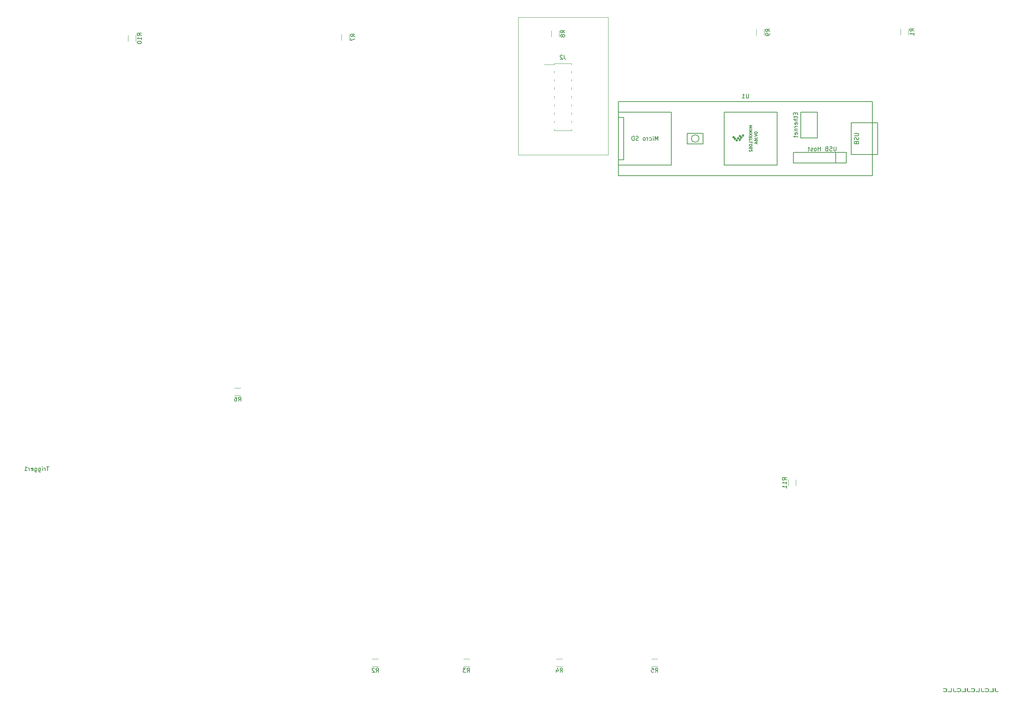
<source format=gbr>
%TF.GenerationSoftware,KiCad,Pcbnew,7.0.2-0*%
%TF.CreationDate,2023-11-13T20:51:25-05:00*%
%TF.ProjectId,Bridge System On Ramp,42726964-6765-4205-9379-7374656d204f,rev?*%
%TF.SameCoordinates,Original*%
%TF.FileFunction,Legend,Bot*%
%TF.FilePolarity,Positive*%
%FSLAX46Y46*%
G04 Gerber Fmt 4.6, Leading zero omitted, Abs format (unit mm)*
G04 Created by KiCad (PCBNEW 7.0.2-0) date 2023-11-13 20:51:25*
%MOMM*%
%LPD*%
G01*
G04 APERTURE LIST*
%ADD10C,0.100000*%
%ADD11C,0.040000*%
%ADD12C,0.150000*%
%ADD13C,0.120000*%
G04 APERTURE END LIST*
D10*
X113082350Y0D02*
X134620000Y0D01*
X134620000Y-33084880D01*
X113082350Y-33084880D01*
X113082350Y0D01*
D11*
G36*
X228134190Y-161783324D02*
G01*
X228316639Y-161863558D01*
X228300139Y-161877627D01*
X228282602Y-161890819D01*
X228264029Y-161903133D01*
X228244420Y-161914569D01*
X228223775Y-161925128D01*
X228202093Y-161934810D01*
X228179376Y-161943614D01*
X228155622Y-161951540D01*
X228130833Y-161958589D01*
X228105007Y-161964760D01*
X228078145Y-161970054D01*
X228050247Y-161974470D01*
X228035909Y-161976349D01*
X228021313Y-161978009D01*
X228006457Y-161979449D01*
X227991342Y-161980670D01*
X227975968Y-161981671D01*
X227960336Y-161982453D01*
X227944444Y-161983016D01*
X227928293Y-161983359D01*
X227904889Y-161982900D01*
X227881845Y-161981855D01*
X227859162Y-161980221D01*
X227836840Y-161978001D01*
X227814878Y-161975193D01*
X227793277Y-161971798D01*
X227772036Y-161967815D01*
X227751156Y-161963245D01*
X227730637Y-161958088D01*
X227710478Y-161952344D01*
X227690680Y-161946012D01*
X227671243Y-161939093D01*
X227652166Y-161931586D01*
X227633450Y-161923493D01*
X227615095Y-161914812D01*
X227597100Y-161905543D01*
X227579693Y-161895984D01*
X227563377Y-161885938D01*
X227548152Y-161875404D01*
X227534017Y-161864382D01*
X227520972Y-161852873D01*
X227509018Y-161840875D01*
X227498154Y-161828390D01*
X227488381Y-161815418D01*
X227479699Y-161801957D01*
X227472107Y-161788009D01*
X227465605Y-161773573D01*
X227460194Y-161758649D01*
X227455874Y-161743238D01*
X227452644Y-161727339D01*
X227450504Y-161710952D01*
X227449455Y-161694078D01*
X227449455Y-161068914D01*
X227675868Y-161068914D01*
X227675868Y-161678910D01*
X227676235Y-161690152D01*
X227677334Y-161700906D01*
X227679165Y-161711172D01*
X227681730Y-161720950D01*
X227685027Y-161730241D01*
X227689057Y-161739044D01*
X227695125Y-161749362D01*
X227699316Y-161755187D01*
X227706834Y-161764779D01*
X227715194Y-161773769D01*
X227724394Y-161782158D01*
X227734435Y-161789946D01*
X227745317Y-161797133D01*
X227757039Y-161803719D01*
X227761964Y-161806185D01*
X227777422Y-161813166D01*
X227793022Y-161819436D01*
X227808763Y-161824995D01*
X227824646Y-161829843D01*
X227840671Y-161833980D01*
X227856838Y-161837406D01*
X227873146Y-161840121D01*
X227889596Y-161842125D01*
X227906188Y-161843419D01*
X227922921Y-161844001D01*
X227934155Y-161843994D01*
X227950825Y-161843695D01*
X227966945Y-161842799D01*
X227982515Y-161841305D01*
X227997536Y-161839213D01*
X228012007Y-161836524D01*
X228025929Y-161833237D01*
X228039302Y-161829352D01*
X228052124Y-161824870D01*
X228067362Y-161819566D01*
X228081705Y-161813823D01*
X228095154Y-161807639D01*
X228107709Y-161801016D01*
X228119369Y-161793952D01*
X228130134Y-161786449D01*
X228134190Y-161783324D01*
G37*
G36*
X227151235Y-161969291D02*
G01*
X226196489Y-161969291D01*
X226196489Y-161843994D01*
X226924455Y-161843994D01*
X226924455Y-161068914D01*
X227151235Y-161068914D01*
X227151235Y-161969291D01*
G37*
G36*
X225215366Y-161722434D02*
G01*
X225227556Y-161737154D01*
X225240496Y-161750925D01*
X225254186Y-161763746D01*
X225268626Y-161775617D01*
X225283816Y-161786538D01*
X225299755Y-161796510D01*
X225316445Y-161805532D01*
X225333885Y-161813604D01*
X225352074Y-161820727D01*
X225371013Y-161826900D01*
X225390703Y-161832123D01*
X225411142Y-161836396D01*
X225432331Y-161839720D01*
X225454270Y-161842095D01*
X225476958Y-161843519D01*
X225500397Y-161843994D01*
X225515176Y-161843816D01*
X225534270Y-161843026D01*
X225552665Y-161841604D01*
X225570362Y-161839550D01*
X225587361Y-161836864D01*
X225603661Y-161833547D01*
X225619263Y-161829597D01*
X225634167Y-161825015D01*
X225637784Y-161823771D01*
X225652083Y-161819323D01*
X225665673Y-161814552D01*
X225678553Y-161809458D01*
X225690723Y-161804042D01*
X225702184Y-161798303D01*
X225712934Y-161792240D01*
X225725374Y-161784209D01*
X225732306Y-161779147D01*
X225742833Y-161771722D01*
X225752433Y-161763733D01*
X225761105Y-161755180D01*
X225768851Y-161746065D01*
X225775668Y-161736386D01*
X225781559Y-161726144D01*
X225786522Y-161715338D01*
X225790558Y-161703969D01*
X225793504Y-161694525D01*
X225796160Y-161683586D01*
X225798527Y-161671151D01*
X225799944Y-161662030D01*
X225801232Y-161652245D01*
X225802391Y-161641795D01*
X225803422Y-161630680D01*
X225804323Y-161618901D01*
X225805096Y-161606457D01*
X225805740Y-161593349D01*
X225806255Y-161579576D01*
X225806642Y-161565138D01*
X225806899Y-161550036D01*
X225807028Y-161534269D01*
X225807044Y-161526136D01*
X225806980Y-161510032D01*
X225806786Y-161494582D01*
X225806464Y-161479786D01*
X225806014Y-161465645D01*
X225805434Y-161452158D01*
X225804726Y-161439325D01*
X225803888Y-161427147D01*
X225802922Y-161415622D01*
X225801828Y-161404753D01*
X225800604Y-161394537D01*
X225799252Y-161384976D01*
X225797770Y-161376069D01*
X225795307Y-161363935D01*
X225792554Y-161353274D01*
X225790558Y-161346984D01*
X225786522Y-161335925D01*
X225781559Y-161325387D01*
X225775668Y-161315371D01*
X225768851Y-161305878D01*
X225761105Y-161296907D01*
X225752433Y-161288457D01*
X225742833Y-161280530D01*
X225732306Y-161273125D01*
X225720531Y-161264758D01*
X225710313Y-161258382D01*
X225699385Y-161252287D01*
X225687747Y-161246474D01*
X225675400Y-161240943D01*
X225662342Y-161235693D01*
X225648575Y-161230724D01*
X225637784Y-161227183D01*
X225623055Y-161223041D01*
X225607627Y-161219407D01*
X225591502Y-161216281D01*
X225574678Y-161213664D01*
X225557155Y-161211555D01*
X225538934Y-161209955D01*
X225520015Y-161208863D01*
X225505367Y-161208377D01*
X225500397Y-161208279D01*
X225480285Y-161208831D01*
X225460753Y-161209994D01*
X225441800Y-161211768D01*
X225423426Y-161214152D01*
X225405633Y-161217147D01*
X225388418Y-161220752D01*
X225371784Y-161224967D01*
X225355729Y-161229793D01*
X225340254Y-161235230D01*
X225325358Y-161241277D01*
X225315750Y-161245648D01*
X225302541Y-161252878D01*
X225290118Y-161260390D01*
X225278481Y-161268185D01*
X225267630Y-161276261D01*
X225257564Y-161284619D01*
X225248284Y-161293260D01*
X225239790Y-161302183D01*
X225232081Y-161311387D01*
X225225158Y-161320874D01*
X225219021Y-161330643D01*
X225215366Y-161337312D01*
X224975397Y-161337312D01*
X224980277Y-161323249D01*
X224985942Y-161309471D01*
X224992390Y-161295978D01*
X224999623Y-161282770D01*
X225007640Y-161269847D01*
X225016441Y-161257209D01*
X225026027Y-161244856D01*
X225036397Y-161232788D01*
X225047551Y-161221006D01*
X225059489Y-161209508D01*
X225072212Y-161198296D01*
X225085719Y-161187368D01*
X225100010Y-161176726D01*
X225115085Y-161166369D01*
X225130945Y-161156297D01*
X225147588Y-161146510D01*
X225164938Y-161137268D01*
X225182914Y-161128612D01*
X225201517Y-161120541D01*
X225220747Y-161113056D01*
X225240603Y-161106157D01*
X225261087Y-161099843D01*
X225282197Y-161094115D01*
X225303934Y-161088972D01*
X225326298Y-161084415D01*
X225349289Y-161080444D01*
X225372907Y-161077058D01*
X225397151Y-161074258D01*
X225422022Y-161072044D01*
X225447520Y-161070415D01*
X225473645Y-161069371D01*
X225500397Y-161068914D01*
X225522197Y-161069266D01*
X225543542Y-161069992D01*
X225564432Y-161071093D01*
X225584867Y-161072568D01*
X225604847Y-161074418D01*
X225624371Y-161076642D01*
X225643441Y-161079240D01*
X225662055Y-161082213D01*
X225680215Y-161085560D01*
X225697919Y-161089281D01*
X225715168Y-161093377D01*
X225731962Y-161097847D01*
X225748301Y-161102692D01*
X225764185Y-161107911D01*
X225779614Y-161113504D01*
X225794588Y-161119472D01*
X225809351Y-161125624D01*
X225823599Y-161131881D01*
X225837332Y-161138243D01*
X225850550Y-161144710D01*
X225863252Y-161151281D01*
X225875440Y-161157957D01*
X225887112Y-161164738D01*
X225898269Y-161171624D01*
X225908911Y-161178614D01*
X225919037Y-161185709D01*
X225928648Y-161192909D01*
X225937745Y-161200214D01*
X225946325Y-161207623D01*
X225954391Y-161215138D01*
X225961942Y-161222757D01*
X225968977Y-161230480D01*
X225977134Y-161238988D01*
X225984754Y-161248134D01*
X225991835Y-161257920D01*
X225998378Y-161268344D01*
X226004383Y-161279407D01*
X226008533Y-161288124D01*
X226012381Y-161297200D01*
X226015926Y-161306635D01*
X226019169Y-161316429D01*
X226021919Y-161327274D01*
X226024398Y-161339943D01*
X226025901Y-161349402D01*
X226027283Y-161359672D01*
X226028546Y-161370752D01*
X226029688Y-161382643D01*
X226030709Y-161395344D01*
X226031611Y-161408856D01*
X226032392Y-161423179D01*
X226033054Y-161438312D01*
X226033595Y-161454256D01*
X226034015Y-161471010D01*
X226034316Y-161488575D01*
X226034421Y-161497661D01*
X226034496Y-161506950D01*
X226034541Y-161516442D01*
X226034556Y-161526136D01*
X226034541Y-161535683D01*
X226034496Y-161545035D01*
X226034421Y-161554191D01*
X226034316Y-161563152D01*
X226034015Y-161580487D01*
X226033595Y-161597042D01*
X226033054Y-161612814D01*
X226032392Y-161627806D01*
X226031611Y-161642016D01*
X226030709Y-161655445D01*
X226029688Y-161668092D01*
X226028546Y-161679958D01*
X226027283Y-161691042D01*
X226025901Y-161701345D01*
X226024398Y-161710867D01*
X226022775Y-161719608D01*
X226020116Y-161731253D01*
X226019169Y-161734744D01*
X226016543Y-161743570D01*
X226013108Y-161753524D01*
X226009364Y-161762782D01*
X226005312Y-161771345D01*
X226000192Y-161780455D01*
X225998653Y-161782884D01*
X225992725Y-161791057D01*
X225986481Y-161799420D01*
X225979922Y-161807971D01*
X225973047Y-161816712D01*
X225968977Y-161821792D01*
X225961942Y-161829511D01*
X225954391Y-161837114D01*
X225946325Y-161844603D01*
X225937745Y-161851976D01*
X225928648Y-161859234D01*
X225919037Y-161866378D01*
X225908911Y-161873406D01*
X225898269Y-161880319D01*
X225887112Y-161887117D01*
X225875440Y-161893800D01*
X225863252Y-161900368D01*
X225850550Y-161906821D01*
X225837332Y-161913159D01*
X225823599Y-161919381D01*
X225809351Y-161925489D01*
X225794588Y-161931482D01*
X225779614Y-161937480D01*
X225764185Y-161943111D01*
X225748301Y-161948375D01*
X225731962Y-161953271D01*
X225715168Y-161957800D01*
X225697919Y-161961961D01*
X225680215Y-161965755D01*
X225662055Y-161969181D01*
X225643441Y-161972239D01*
X225624371Y-161974930D01*
X225604847Y-161977254D01*
X225584867Y-161979210D01*
X225564432Y-161980798D01*
X225543542Y-161982019D01*
X225522197Y-161982873D01*
X225500397Y-161983359D01*
X225476239Y-161983097D01*
X225452489Y-161982311D01*
X225429149Y-161981002D01*
X225406219Y-161979169D01*
X225383697Y-161976812D01*
X225361585Y-161973931D01*
X225339882Y-161970526D01*
X225318589Y-161966598D01*
X225297705Y-161962146D01*
X225277230Y-161957170D01*
X225257164Y-161951670D01*
X225237508Y-161945646D01*
X225218261Y-161939099D01*
X225199423Y-161932028D01*
X225180995Y-161924433D01*
X225162976Y-161916314D01*
X225146014Y-161907623D01*
X225129751Y-161898475D01*
X225114186Y-161888870D01*
X225099320Y-161878808D01*
X225085152Y-161868289D01*
X225071682Y-161857314D01*
X225058911Y-161845881D01*
X225046838Y-161833992D01*
X225035464Y-161821646D01*
X225024788Y-161808844D01*
X225014810Y-161795584D01*
X225005531Y-161781868D01*
X224996950Y-161767695D01*
X224989067Y-161753065D01*
X224981883Y-161737978D01*
X224975397Y-161722434D01*
X225215366Y-161722434D01*
G37*
G36*
X224788551Y-161783324D02*
G01*
X224971001Y-161863558D01*
X224954500Y-161877627D01*
X224936963Y-161890819D01*
X224918390Y-161903133D01*
X224898781Y-161914569D01*
X224878136Y-161925128D01*
X224856455Y-161934810D01*
X224833737Y-161943614D01*
X224809984Y-161951540D01*
X224785194Y-161958589D01*
X224759368Y-161964760D01*
X224732506Y-161970054D01*
X224704608Y-161974470D01*
X224690271Y-161976349D01*
X224675674Y-161978009D01*
X224660818Y-161979449D01*
X224645704Y-161980670D01*
X224630330Y-161981671D01*
X224614697Y-161982453D01*
X224598805Y-161983016D01*
X224582655Y-161983359D01*
X224559250Y-161982900D01*
X224536207Y-161981855D01*
X224513523Y-161980221D01*
X224491201Y-161978001D01*
X224469239Y-161975193D01*
X224447638Y-161971798D01*
X224426397Y-161967815D01*
X224405518Y-161963245D01*
X224384998Y-161958088D01*
X224364840Y-161952344D01*
X224345042Y-161946012D01*
X224325604Y-161939093D01*
X224306528Y-161931586D01*
X224287812Y-161923493D01*
X224269456Y-161914812D01*
X224251461Y-161905543D01*
X224234055Y-161895984D01*
X224217739Y-161885938D01*
X224202513Y-161875404D01*
X224188378Y-161864382D01*
X224175333Y-161852873D01*
X224163379Y-161840875D01*
X224152516Y-161828390D01*
X224142743Y-161815418D01*
X224134060Y-161801957D01*
X224126468Y-161788009D01*
X224119967Y-161773573D01*
X224114556Y-161758649D01*
X224110235Y-161743238D01*
X224107005Y-161727339D01*
X224104866Y-161710952D01*
X224103817Y-161694078D01*
X224103817Y-161068914D01*
X224330230Y-161068914D01*
X224330230Y-161678910D01*
X224330596Y-161690152D01*
X224331695Y-161700906D01*
X224333527Y-161711172D01*
X224336092Y-161720950D01*
X224339389Y-161730241D01*
X224343419Y-161739044D01*
X224349487Y-161749362D01*
X224353677Y-161755187D01*
X224361196Y-161764779D01*
X224369555Y-161773769D01*
X224378755Y-161782158D01*
X224388796Y-161789946D01*
X224399678Y-161797133D01*
X224411401Y-161803719D01*
X224416325Y-161806185D01*
X224431783Y-161813166D01*
X224447383Y-161819436D01*
X224463125Y-161824995D01*
X224479008Y-161829843D01*
X224495033Y-161833980D01*
X224511199Y-161837406D01*
X224527508Y-161840121D01*
X224543957Y-161842125D01*
X224560549Y-161843419D01*
X224577282Y-161844001D01*
X224588516Y-161843994D01*
X224605186Y-161843695D01*
X224621306Y-161842799D01*
X224636877Y-161841305D01*
X224651898Y-161839213D01*
X224666369Y-161836524D01*
X224680291Y-161833237D01*
X224693663Y-161829352D01*
X224706486Y-161824870D01*
X224721724Y-161819566D01*
X224736067Y-161813823D01*
X224749516Y-161807639D01*
X224762070Y-161801016D01*
X224773730Y-161793952D01*
X224784496Y-161786449D01*
X224788551Y-161783324D01*
G37*
G36*
X223805596Y-161969291D02*
G01*
X222850851Y-161969291D01*
X222850851Y-161843994D01*
X223578817Y-161843994D01*
X223578817Y-161068914D01*
X223805596Y-161068914D01*
X223805596Y-161969291D01*
G37*
G36*
X221869727Y-161722434D02*
G01*
X221881917Y-161737154D01*
X221894858Y-161750925D01*
X221908548Y-161763746D01*
X221922987Y-161775617D01*
X221938177Y-161786538D01*
X221954117Y-161796510D01*
X221970807Y-161805532D01*
X221988246Y-161813604D01*
X222006435Y-161820727D01*
X222025375Y-161826900D01*
X222045064Y-161832123D01*
X222065503Y-161836396D01*
X222086692Y-161839720D01*
X222108631Y-161842095D01*
X222131320Y-161843519D01*
X222154759Y-161843994D01*
X222169537Y-161843816D01*
X222188631Y-161843026D01*
X222207027Y-161841604D01*
X222224724Y-161839550D01*
X222241723Y-161836864D01*
X222258023Y-161833547D01*
X222273625Y-161829597D01*
X222288528Y-161825015D01*
X222292145Y-161823771D01*
X222306445Y-161819323D01*
X222320035Y-161814552D01*
X222332915Y-161809458D01*
X222345085Y-161804042D01*
X222356545Y-161798303D01*
X222367296Y-161792240D01*
X222379736Y-161784209D01*
X222386667Y-161779147D01*
X222397194Y-161771722D01*
X222406794Y-161763733D01*
X222415467Y-161755180D01*
X222423212Y-161746065D01*
X222430030Y-161736386D01*
X222435920Y-161726144D01*
X222440883Y-161715338D01*
X222444919Y-161703969D01*
X222447865Y-161694525D01*
X222450522Y-161683586D01*
X222452889Y-161671151D01*
X222454305Y-161662030D01*
X222455593Y-161652245D01*
X222456753Y-161641795D01*
X222457783Y-161630680D01*
X222458685Y-161618901D01*
X222459457Y-161606457D01*
X222460101Y-161593349D01*
X222460617Y-161579576D01*
X222461003Y-161565138D01*
X222461261Y-161550036D01*
X222461389Y-161534269D01*
X222461406Y-161526136D01*
X222461341Y-161510032D01*
X222461148Y-161494582D01*
X222460826Y-161479786D01*
X222460375Y-161465645D01*
X222459796Y-161452158D01*
X222459087Y-161439325D01*
X222458250Y-161427147D01*
X222457284Y-161415622D01*
X222456189Y-161404753D01*
X222454966Y-161394537D01*
X222453613Y-161384976D01*
X222452132Y-161376069D01*
X222449669Y-161363935D01*
X222446916Y-161353274D01*
X222444919Y-161346984D01*
X222440883Y-161335925D01*
X222435920Y-161325387D01*
X222430030Y-161315371D01*
X222423212Y-161305878D01*
X222415467Y-161296907D01*
X222406794Y-161288457D01*
X222397194Y-161280530D01*
X222386667Y-161273125D01*
X222374893Y-161264758D01*
X222364675Y-161258382D01*
X222353747Y-161252287D01*
X222342109Y-161246474D01*
X222329761Y-161240943D01*
X222316704Y-161235693D01*
X222302937Y-161230724D01*
X222292145Y-161227183D01*
X222277416Y-161223041D01*
X222261989Y-161219407D01*
X222245863Y-161216281D01*
X222229039Y-161213664D01*
X222211516Y-161211555D01*
X222193296Y-161209955D01*
X222174376Y-161208863D01*
X222159729Y-161208377D01*
X222154759Y-161208279D01*
X222134647Y-161208831D01*
X222115114Y-161209994D01*
X222096161Y-161211768D01*
X222077788Y-161214152D01*
X222059994Y-161217147D01*
X222042780Y-161220752D01*
X222026145Y-161224967D01*
X222010091Y-161229793D01*
X221994615Y-161235230D01*
X221979720Y-161241277D01*
X221970111Y-161245648D01*
X221956903Y-161252878D01*
X221944480Y-161260390D01*
X221932843Y-161268185D01*
X221921991Y-161276261D01*
X221911926Y-161284619D01*
X221902646Y-161293260D01*
X221894151Y-161302183D01*
X221886443Y-161311387D01*
X221879520Y-161320874D01*
X221873382Y-161330643D01*
X221869727Y-161337312D01*
X221629759Y-161337312D01*
X221634639Y-161323249D01*
X221640303Y-161309471D01*
X221646752Y-161295978D01*
X221653984Y-161282770D01*
X221662002Y-161269847D01*
X221670803Y-161257209D01*
X221680388Y-161244856D01*
X221690758Y-161232788D01*
X221701912Y-161221006D01*
X221713851Y-161209508D01*
X221726573Y-161198296D01*
X221740080Y-161187368D01*
X221754371Y-161176726D01*
X221769446Y-161166369D01*
X221785306Y-161156297D01*
X221801950Y-161146510D01*
X221819299Y-161137268D01*
X221837275Y-161128612D01*
X221855878Y-161120541D01*
X221875108Y-161113056D01*
X221894965Y-161106157D01*
X221915448Y-161099843D01*
X221936559Y-161094115D01*
X221958296Y-161088972D01*
X221980660Y-161084415D01*
X222003651Y-161080444D01*
X222027268Y-161077058D01*
X222051513Y-161074258D01*
X222076384Y-161072044D01*
X222101882Y-161070415D01*
X222128007Y-161069371D01*
X222154759Y-161068914D01*
X222176559Y-161069266D01*
X222197904Y-161069992D01*
X222218794Y-161071093D01*
X222239229Y-161072568D01*
X222259208Y-161074418D01*
X222278733Y-161076642D01*
X222297802Y-161079240D01*
X222316417Y-161082213D01*
X222334576Y-161085560D01*
X222352281Y-161089281D01*
X222369530Y-161093377D01*
X222386324Y-161097847D01*
X222402663Y-161102692D01*
X222418547Y-161107911D01*
X222433975Y-161113504D01*
X222448949Y-161119472D01*
X222463712Y-161125624D01*
X222477961Y-161131881D01*
X222491694Y-161138243D01*
X222504911Y-161144710D01*
X222517614Y-161151281D01*
X222529801Y-161157957D01*
X222541473Y-161164738D01*
X222552630Y-161171624D01*
X222563272Y-161178614D01*
X222573399Y-161185709D01*
X222583010Y-161192909D01*
X222592106Y-161200214D01*
X222600687Y-161207623D01*
X222608753Y-161215138D01*
X222616303Y-161222757D01*
X222623339Y-161230480D01*
X222631496Y-161238988D01*
X222639115Y-161248134D01*
X222646196Y-161257920D01*
X222652739Y-161268344D01*
X222658744Y-161279407D01*
X222662895Y-161288124D01*
X222666743Y-161297200D01*
X222670288Y-161306635D01*
X222673530Y-161316429D01*
X222676280Y-161327274D01*
X222678760Y-161339943D01*
X222680262Y-161349402D01*
X222681645Y-161359672D01*
X222682907Y-161370752D01*
X222684049Y-161382643D01*
X222685071Y-161395344D01*
X222685973Y-161408856D01*
X222686754Y-161423179D01*
X222687415Y-161438312D01*
X222687956Y-161454256D01*
X222688377Y-161471010D01*
X222688677Y-161488575D01*
X222688783Y-161497661D01*
X222688858Y-161506950D01*
X222688903Y-161516442D01*
X222688918Y-161526136D01*
X222688903Y-161535683D01*
X222688858Y-161545035D01*
X222688783Y-161554191D01*
X222688677Y-161563152D01*
X222688377Y-161580487D01*
X222687956Y-161597042D01*
X222687415Y-161612814D01*
X222686754Y-161627806D01*
X222685973Y-161642016D01*
X222685071Y-161655445D01*
X222684049Y-161668092D01*
X222682907Y-161679958D01*
X222681645Y-161691042D01*
X222680262Y-161701345D01*
X222678760Y-161710867D01*
X222677137Y-161719608D01*
X222674477Y-161731253D01*
X222673530Y-161734744D01*
X222670904Y-161743570D01*
X222667470Y-161753524D01*
X222663726Y-161762782D01*
X222659673Y-161771345D01*
X222654554Y-161780455D01*
X222653014Y-161782884D01*
X222647086Y-161791057D01*
X222640842Y-161799420D01*
X222634283Y-161807971D01*
X222627409Y-161816712D01*
X222623339Y-161821792D01*
X222616303Y-161829511D01*
X222608753Y-161837114D01*
X222600687Y-161844603D01*
X222592106Y-161851976D01*
X222583010Y-161859234D01*
X222573399Y-161866378D01*
X222563272Y-161873406D01*
X222552630Y-161880319D01*
X222541473Y-161887117D01*
X222529801Y-161893800D01*
X222517614Y-161900368D01*
X222504911Y-161906821D01*
X222491694Y-161913159D01*
X222477961Y-161919381D01*
X222463712Y-161925489D01*
X222448949Y-161931482D01*
X222433975Y-161937480D01*
X222418547Y-161943111D01*
X222402663Y-161948375D01*
X222386324Y-161953271D01*
X222369530Y-161957800D01*
X222352281Y-161961961D01*
X222334576Y-161965755D01*
X222316417Y-161969181D01*
X222297802Y-161972239D01*
X222278733Y-161974930D01*
X222259208Y-161977254D01*
X222239229Y-161979210D01*
X222218794Y-161980798D01*
X222197904Y-161982019D01*
X222176559Y-161982873D01*
X222154759Y-161983359D01*
X222130600Y-161983097D01*
X222106851Y-161982311D01*
X222083511Y-161981002D01*
X222060580Y-161979169D01*
X222038059Y-161976812D01*
X222015947Y-161973931D01*
X221994244Y-161970526D01*
X221972950Y-161966598D01*
X221952066Y-161962146D01*
X221931591Y-161957170D01*
X221911526Y-161951670D01*
X221891869Y-161945646D01*
X221872622Y-161939099D01*
X221853785Y-161932028D01*
X221835356Y-161924433D01*
X221817337Y-161916314D01*
X221800376Y-161907623D01*
X221784112Y-161898475D01*
X221768548Y-161888870D01*
X221753681Y-161878808D01*
X221739513Y-161868289D01*
X221726044Y-161857314D01*
X221713273Y-161845881D01*
X221701200Y-161833992D01*
X221689825Y-161821646D01*
X221679149Y-161808844D01*
X221669171Y-161795584D01*
X221659892Y-161781868D01*
X221651311Y-161767695D01*
X221643429Y-161753065D01*
X221636244Y-161737978D01*
X221629759Y-161722434D01*
X221869727Y-161722434D01*
G37*
G36*
X221442913Y-161783324D02*
G01*
X221625362Y-161863558D01*
X221608862Y-161877627D01*
X221591325Y-161890819D01*
X221572752Y-161903133D01*
X221553143Y-161914569D01*
X221532498Y-161925128D01*
X221510816Y-161934810D01*
X221488099Y-161943614D01*
X221464345Y-161951540D01*
X221439555Y-161958589D01*
X221413730Y-161964760D01*
X221386868Y-161970054D01*
X221358970Y-161974470D01*
X221344632Y-161976349D01*
X221330035Y-161978009D01*
X221315180Y-161979449D01*
X221300065Y-161980670D01*
X221284691Y-161981671D01*
X221269059Y-161982453D01*
X221253167Y-161983016D01*
X221237016Y-161983359D01*
X221213612Y-161982900D01*
X221190568Y-161981855D01*
X221167885Y-161980221D01*
X221145562Y-161978001D01*
X221123601Y-161975193D01*
X221101999Y-161971798D01*
X221080759Y-161967815D01*
X221059879Y-161963245D01*
X221039360Y-161958088D01*
X221019201Y-161952344D01*
X220999403Y-161946012D01*
X220979966Y-161939093D01*
X220960889Y-161931586D01*
X220942173Y-161923493D01*
X220923818Y-161914812D01*
X220905823Y-161905543D01*
X220888416Y-161895984D01*
X220872100Y-161885938D01*
X220856875Y-161875404D01*
X220842739Y-161864382D01*
X220829695Y-161852873D01*
X220817741Y-161840875D01*
X220806877Y-161828390D01*
X220797104Y-161815418D01*
X220788422Y-161801957D01*
X220780830Y-161788009D01*
X220774328Y-161773573D01*
X220768917Y-161758649D01*
X220764597Y-161743238D01*
X220761367Y-161727339D01*
X220759227Y-161710952D01*
X220758178Y-161694078D01*
X220758178Y-161068914D01*
X220984591Y-161068914D01*
X220984591Y-161678910D01*
X220984958Y-161690152D01*
X220986057Y-161700906D01*
X220987888Y-161711172D01*
X220990453Y-161720950D01*
X220993750Y-161730241D01*
X220997780Y-161739044D01*
X221003848Y-161749362D01*
X221008038Y-161755187D01*
X221015557Y-161764779D01*
X221023917Y-161773769D01*
X221033117Y-161782158D01*
X221043158Y-161789946D01*
X221054040Y-161797133D01*
X221065762Y-161803719D01*
X221070687Y-161806185D01*
X221086145Y-161813166D01*
X221101745Y-161819436D01*
X221117486Y-161824995D01*
X221133369Y-161829843D01*
X221149394Y-161833980D01*
X221165561Y-161837406D01*
X221181869Y-161840121D01*
X221198319Y-161842125D01*
X221214910Y-161843419D01*
X221231644Y-161844001D01*
X221242878Y-161843994D01*
X221259548Y-161843695D01*
X221275668Y-161842799D01*
X221291238Y-161841305D01*
X221306259Y-161839213D01*
X221320730Y-161836524D01*
X221334652Y-161833237D01*
X221348025Y-161829352D01*
X221360847Y-161824870D01*
X221376085Y-161819566D01*
X221390428Y-161813823D01*
X221403877Y-161807639D01*
X221416432Y-161801016D01*
X221428092Y-161793952D01*
X221438857Y-161786449D01*
X221442913Y-161783324D01*
G37*
G36*
X220459958Y-161969291D02*
G01*
X219505212Y-161969291D01*
X219505212Y-161843994D01*
X220233178Y-161843994D01*
X220233178Y-161068914D01*
X220459958Y-161068914D01*
X220459958Y-161969291D01*
G37*
G36*
X218524089Y-161722434D02*
G01*
X218536279Y-161737154D01*
X218549219Y-161750925D01*
X218562909Y-161763746D01*
X218577349Y-161775617D01*
X218592539Y-161786538D01*
X218608478Y-161796510D01*
X218625168Y-161805532D01*
X218642608Y-161813604D01*
X218660797Y-161820727D01*
X218679736Y-161826900D01*
X218699426Y-161832123D01*
X218719865Y-161836396D01*
X218741054Y-161839720D01*
X218762993Y-161842095D01*
X218785681Y-161843519D01*
X218809120Y-161843994D01*
X218823899Y-161843816D01*
X218842993Y-161843026D01*
X218861388Y-161841604D01*
X218879085Y-161839550D01*
X218896084Y-161836864D01*
X218912384Y-161833547D01*
X218927986Y-161829597D01*
X218942890Y-161825015D01*
X218946507Y-161823771D01*
X218960806Y-161819323D01*
X218974396Y-161814552D01*
X218987276Y-161809458D01*
X218999446Y-161804042D01*
X219010907Y-161798303D01*
X219021657Y-161792240D01*
X219034097Y-161784209D01*
X219041029Y-161779147D01*
X219051556Y-161771722D01*
X219061156Y-161763733D01*
X219069828Y-161755180D01*
X219077574Y-161746065D01*
X219084391Y-161736386D01*
X219090282Y-161726144D01*
X219095245Y-161715338D01*
X219099281Y-161703969D01*
X219102227Y-161694525D01*
X219104883Y-161683586D01*
X219107250Y-161671151D01*
X219108667Y-161662030D01*
X219109955Y-161652245D01*
X219111114Y-161641795D01*
X219112145Y-161630680D01*
X219113046Y-161618901D01*
X219113819Y-161606457D01*
X219114463Y-161593349D01*
X219114978Y-161579576D01*
X219115365Y-161565138D01*
X219115622Y-161550036D01*
X219115751Y-161534269D01*
X219115767Y-161526136D01*
X219115703Y-161510032D01*
X219115509Y-161494582D01*
X219115187Y-161479786D01*
X219114737Y-161465645D01*
X219114157Y-161452158D01*
X219113449Y-161439325D01*
X219112611Y-161427147D01*
X219111645Y-161415622D01*
X219110551Y-161404753D01*
X219109327Y-161394537D01*
X219107975Y-161384976D01*
X219106493Y-161376069D01*
X219104030Y-161363935D01*
X219101277Y-161353274D01*
X219099281Y-161346984D01*
X219095245Y-161335925D01*
X219090282Y-161325387D01*
X219084391Y-161315371D01*
X219077574Y-161305878D01*
X219069828Y-161296907D01*
X219061156Y-161288457D01*
X219051556Y-161280530D01*
X219041029Y-161273125D01*
X219029254Y-161264758D01*
X219019036Y-161258382D01*
X219008108Y-161252287D01*
X218996470Y-161246474D01*
X218984123Y-161240943D01*
X218971065Y-161235693D01*
X218957298Y-161230724D01*
X218946507Y-161227183D01*
X218931778Y-161223041D01*
X218916350Y-161219407D01*
X218900225Y-161216281D01*
X218883400Y-161213664D01*
X218865878Y-161211555D01*
X218847657Y-161209955D01*
X218828738Y-161208863D01*
X218814090Y-161208377D01*
X218809120Y-161208279D01*
X218789008Y-161208831D01*
X218769476Y-161209994D01*
X218750523Y-161211768D01*
X218732149Y-161214152D01*
X218714356Y-161217147D01*
X218697141Y-161220752D01*
X218680507Y-161224967D01*
X218664452Y-161229793D01*
X218648977Y-161235230D01*
X218634081Y-161241277D01*
X218624473Y-161245648D01*
X218611264Y-161252878D01*
X218598841Y-161260390D01*
X218587204Y-161268185D01*
X218576353Y-161276261D01*
X218566287Y-161284619D01*
X218557007Y-161293260D01*
X218548513Y-161302183D01*
X218540804Y-161311387D01*
X218533881Y-161320874D01*
X218527744Y-161330643D01*
X218524089Y-161337312D01*
X218284120Y-161337312D01*
X218289000Y-161323249D01*
X218294665Y-161309471D01*
X218301113Y-161295978D01*
X218308346Y-161282770D01*
X218316363Y-161269847D01*
X218325164Y-161257209D01*
X218334750Y-161244856D01*
X218345120Y-161232788D01*
X218356274Y-161221006D01*
X218368212Y-161209508D01*
X218380935Y-161198296D01*
X218394442Y-161187368D01*
X218408733Y-161176726D01*
X218423808Y-161166369D01*
X218439668Y-161156297D01*
X218456311Y-161146510D01*
X218473661Y-161137268D01*
X218491637Y-161128612D01*
X218510240Y-161120541D01*
X218529470Y-161113056D01*
X218549326Y-161106157D01*
X218569810Y-161099843D01*
X218590920Y-161094115D01*
X218612657Y-161088972D01*
X218635021Y-161084415D01*
X218658012Y-161080444D01*
X218681630Y-161077058D01*
X218705874Y-161074258D01*
X218730745Y-161072044D01*
X218756243Y-161070415D01*
X218782368Y-161069371D01*
X218809120Y-161068914D01*
X218830920Y-161069266D01*
X218852265Y-161069992D01*
X218873155Y-161071093D01*
X218893590Y-161072568D01*
X218913570Y-161074418D01*
X218933094Y-161076642D01*
X218952164Y-161079240D01*
X218970778Y-161082213D01*
X218988938Y-161085560D01*
X219006642Y-161089281D01*
X219023891Y-161093377D01*
X219040685Y-161097847D01*
X219057024Y-161102692D01*
X219072908Y-161107911D01*
X219088337Y-161113504D01*
X219103311Y-161119472D01*
X219118074Y-161125624D01*
X219132322Y-161131881D01*
X219146055Y-161138243D01*
X219159273Y-161144710D01*
X219171975Y-161151281D01*
X219184163Y-161157957D01*
X219195835Y-161164738D01*
X219206992Y-161171624D01*
X219217633Y-161178614D01*
X219227760Y-161185709D01*
X219237371Y-161192909D01*
X219246467Y-161200214D01*
X219255048Y-161207623D01*
X219263114Y-161215138D01*
X219270665Y-161222757D01*
X219277700Y-161230480D01*
X219285857Y-161238988D01*
X219293477Y-161248134D01*
X219300558Y-161257920D01*
X219307101Y-161268344D01*
X219313106Y-161279407D01*
X219317256Y-161288124D01*
X219321104Y-161297200D01*
X219324649Y-161306635D01*
X219327892Y-161316429D01*
X219330642Y-161327274D01*
X219333121Y-161339943D01*
X219334624Y-161349402D01*
X219336006Y-161359672D01*
X219337269Y-161370752D01*
X219338411Y-161382643D01*
X219339432Y-161395344D01*
X219340334Y-161408856D01*
X219341115Y-161423179D01*
X219341777Y-161438312D01*
X219342318Y-161454256D01*
X219342738Y-161471010D01*
X219343039Y-161488575D01*
X219343144Y-161497661D01*
X219343219Y-161506950D01*
X219343264Y-161516442D01*
X219343279Y-161526136D01*
X219343264Y-161535683D01*
X219343219Y-161545035D01*
X219343144Y-161554191D01*
X219343039Y-161563152D01*
X219342738Y-161580487D01*
X219342318Y-161597042D01*
X219341777Y-161612814D01*
X219341115Y-161627806D01*
X219340334Y-161642016D01*
X219339432Y-161655445D01*
X219338411Y-161668092D01*
X219337269Y-161679958D01*
X219336006Y-161691042D01*
X219334624Y-161701345D01*
X219333121Y-161710867D01*
X219331498Y-161719608D01*
X219328839Y-161731253D01*
X219327892Y-161734744D01*
X219325266Y-161743570D01*
X219321831Y-161753524D01*
X219318087Y-161762782D01*
X219314034Y-161771345D01*
X219308915Y-161780455D01*
X219307376Y-161782884D01*
X219301448Y-161791057D01*
X219295204Y-161799420D01*
X219288645Y-161807971D01*
X219281770Y-161816712D01*
X219277700Y-161821792D01*
X219270665Y-161829511D01*
X219263114Y-161837114D01*
X219255048Y-161844603D01*
X219246467Y-161851976D01*
X219237371Y-161859234D01*
X219227760Y-161866378D01*
X219217633Y-161873406D01*
X219206992Y-161880319D01*
X219195835Y-161887117D01*
X219184163Y-161893800D01*
X219171975Y-161900368D01*
X219159273Y-161906821D01*
X219146055Y-161913159D01*
X219132322Y-161919381D01*
X219118074Y-161925489D01*
X219103311Y-161931482D01*
X219088337Y-161937480D01*
X219072908Y-161943111D01*
X219057024Y-161948375D01*
X219040685Y-161953271D01*
X219023891Y-161957800D01*
X219006642Y-161961961D01*
X218988938Y-161965755D01*
X218970778Y-161969181D01*
X218952164Y-161972239D01*
X218933094Y-161974930D01*
X218913570Y-161977254D01*
X218893590Y-161979210D01*
X218873155Y-161980798D01*
X218852265Y-161982019D01*
X218830920Y-161982873D01*
X218809120Y-161983359D01*
X218784962Y-161983097D01*
X218761212Y-161982311D01*
X218737872Y-161981002D01*
X218714942Y-161979169D01*
X218692420Y-161976812D01*
X218670308Y-161973931D01*
X218648605Y-161970526D01*
X218627312Y-161966598D01*
X218606428Y-161962146D01*
X218585953Y-161957170D01*
X218565887Y-161951670D01*
X218546231Y-161945646D01*
X218526984Y-161939099D01*
X218508146Y-161932028D01*
X218489718Y-161924433D01*
X218471699Y-161916314D01*
X218454737Y-161907623D01*
X218438474Y-161898475D01*
X218422909Y-161888870D01*
X218408043Y-161878808D01*
X218393875Y-161868289D01*
X218380405Y-161857314D01*
X218367634Y-161845881D01*
X218355561Y-161833992D01*
X218344187Y-161821646D01*
X218333511Y-161808844D01*
X218323533Y-161795584D01*
X218314254Y-161781868D01*
X218305673Y-161767695D01*
X218297790Y-161753065D01*
X218290606Y-161737978D01*
X218284120Y-161722434D01*
X218524089Y-161722434D01*
G37*
G36*
X218097274Y-161783324D02*
G01*
X218279724Y-161863558D01*
X218263223Y-161877627D01*
X218245686Y-161890819D01*
X218227113Y-161903133D01*
X218207504Y-161914569D01*
X218186859Y-161925128D01*
X218165178Y-161934810D01*
X218142460Y-161943614D01*
X218118707Y-161951540D01*
X218093917Y-161958589D01*
X218068091Y-161964760D01*
X218041229Y-161970054D01*
X218013331Y-161974470D01*
X217998994Y-161976349D01*
X217984397Y-161978009D01*
X217969541Y-161979449D01*
X217954427Y-161980670D01*
X217939053Y-161981671D01*
X217923420Y-161982453D01*
X217907528Y-161983016D01*
X217891378Y-161983359D01*
X217867973Y-161982900D01*
X217844930Y-161981855D01*
X217822246Y-161980221D01*
X217799924Y-161978001D01*
X217777962Y-161975193D01*
X217756361Y-161971798D01*
X217735120Y-161967815D01*
X217714241Y-161963245D01*
X217693721Y-161958088D01*
X217673563Y-161952344D01*
X217653765Y-161946012D01*
X217634327Y-161939093D01*
X217615251Y-161931586D01*
X217596535Y-161923493D01*
X217578179Y-161914812D01*
X217560184Y-161905543D01*
X217542778Y-161895984D01*
X217526462Y-161885938D01*
X217511236Y-161875404D01*
X217497101Y-161864382D01*
X217484056Y-161852873D01*
X217472102Y-161840875D01*
X217461239Y-161828390D01*
X217451466Y-161815418D01*
X217442783Y-161801957D01*
X217435191Y-161788009D01*
X217428690Y-161773573D01*
X217423279Y-161758649D01*
X217418958Y-161743238D01*
X217415728Y-161727339D01*
X217413589Y-161710952D01*
X217412540Y-161694078D01*
X217412540Y-161068914D01*
X217638953Y-161068914D01*
X217638953Y-161678910D01*
X217639319Y-161690152D01*
X217640418Y-161700906D01*
X217642250Y-161711172D01*
X217644814Y-161720950D01*
X217648112Y-161730241D01*
X217652142Y-161739044D01*
X217658210Y-161749362D01*
X217662400Y-161755187D01*
X217669919Y-161764779D01*
X217678278Y-161773769D01*
X217687478Y-161782158D01*
X217697519Y-161789946D01*
X217708401Y-161797133D01*
X217720124Y-161803719D01*
X217725048Y-161806185D01*
X217740506Y-161813166D01*
X217756106Y-161819436D01*
X217771848Y-161824995D01*
X217787731Y-161829843D01*
X217803756Y-161833980D01*
X217819922Y-161837406D01*
X217836231Y-161840121D01*
X217852680Y-161842125D01*
X217869272Y-161843419D01*
X217886005Y-161844001D01*
X217897239Y-161843994D01*
X217913909Y-161843695D01*
X217930029Y-161842799D01*
X217945600Y-161841305D01*
X217960620Y-161839213D01*
X217975092Y-161836524D01*
X217989014Y-161833237D01*
X218002386Y-161829352D01*
X218015209Y-161824870D01*
X218030446Y-161819566D01*
X218044790Y-161813823D01*
X218058239Y-161807639D01*
X218070793Y-161801016D01*
X218082453Y-161793952D01*
X218093219Y-161786449D01*
X218097274Y-161783324D01*
G37*
G36*
X217114319Y-161969291D02*
G01*
X216159574Y-161969291D01*
X216159574Y-161843994D01*
X216887540Y-161843994D01*
X216887540Y-161068914D01*
X217114319Y-161068914D01*
X217114319Y-161969291D01*
G37*
G36*
X215178450Y-161722434D02*
G01*
X215190640Y-161737154D01*
X215203580Y-161750925D01*
X215217271Y-161763746D01*
X215231710Y-161775617D01*
X215246900Y-161786538D01*
X215262840Y-161796510D01*
X215279530Y-161805532D01*
X215296969Y-161813604D01*
X215315158Y-161820727D01*
X215334098Y-161826900D01*
X215353787Y-161832123D01*
X215374226Y-161836396D01*
X215395415Y-161839720D01*
X215417354Y-161842095D01*
X215440043Y-161843519D01*
X215463482Y-161843994D01*
X215478260Y-161843816D01*
X215497354Y-161843026D01*
X215515750Y-161841604D01*
X215533447Y-161839550D01*
X215550446Y-161836864D01*
X215566746Y-161833547D01*
X215582348Y-161829597D01*
X215597251Y-161825015D01*
X215600868Y-161823771D01*
X215615168Y-161819323D01*
X215628758Y-161814552D01*
X215641638Y-161809458D01*
X215653808Y-161804042D01*
X215665268Y-161798303D01*
X215676019Y-161792240D01*
X215688459Y-161784209D01*
X215695390Y-161779147D01*
X215705917Y-161771722D01*
X215715517Y-161763733D01*
X215724190Y-161755180D01*
X215731935Y-161746065D01*
X215738753Y-161736386D01*
X215744643Y-161726144D01*
X215749606Y-161715338D01*
X215753642Y-161703969D01*
X215756588Y-161694525D01*
X215759245Y-161683586D01*
X215761612Y-161671151D01*
X215763028Y-161662030D01*
X215764316Y-161652245D01*
X215765476Y-161641795D01*
X215766506Y-161630680D01*
X215767408Y-161618901D01*
X215768180Y-161606457D01*
X215768824Y-161593349D01*
X215769340Y-161579576D01*
X215769726Y-161565138D01*
X215769984Y-161550036D01*
X215770112Y-161534269D01*
X215770128Y-161526136D01*
X215770064Y-161510032D01*
X215769871Y-161494582D01*
X215769549Y-161479786D01*
X215769098Y-161465645D01*
X215768518Y-161452158D01*
X215767810Y-161439325D01*
X215766973Y-161427147D01*
X215766007Y-161415622D01*
X215764912Y-161404753D01*
X215763689Y-161394537D01*
X215762336Y-161384976D01*
X215760855Y-161376069D01*
X215758392Y-161363935D01*
X215755639Y-161353274D01*
X215753642Y-161346984D01*
X215749606Y-161335925D01*
X215744643Y-161325387D01*
X215738753Y-161315371D01*
X215731935Y-161305878D01*
X215724190Y-161296907D01*
X215715517Y-161288457D01*
X215705917Y-161280530D01*
X215695390Y-161273125D01*
X215683616Y-161264758D01*
X215673398Y-161258382D01*
X215662470Y-161252287D01*
X215650832Y-161246474D01*
X215638484Y-161240943D01*
X215625427Y-161235693D01*
X215611659Y-161230724D01*
X215600868Y-161227183D01*
X215586139Y-161223041D01*
X215570712Y-161219407D01*
X215554586Y-161216281D01*
X215537762Y-161213664D01*
X215520239Y-161211555D01*
X215502019Y-161209955D01*
X215483099Y-161208863D01*
X215468451Y-161208377D01*
X215463482Y-161208279D01*
X215443369Y-161208831D01*
X215423837Y-161209994D01*
X215404884Y-161211768D01*
X215386511Y-161214152D01*
X215368717Y-161217147D01*
X215351503Y-161220752D01*
X215334868Y-161224967D01*
X215318814Y-161229793D01*
X215303338Y-161235230D01*
X215288442Y-161241277D01*
X215278834Y-161245648D01*
X215265626Y-161252878D01*
X215253203Y-161260390D01*
X215241566Y-161268185D01*
X215230714Y-161276261D01*
X215220649Y-161284619D01*
X215211369Y-161293260D01*
X215202874Y-161302183D01*
X215195166Y-161311387D01*
X215188243Y-161320874D01*
X215182105Y-161330643D01*
X215178450Y-161337312D01*
X214938482Y-161337312D01*
X214943362Y-161323249D01*
X214949026Y-161309471D01*
X214955475Y-161295978D01*
X214962707Y-161282770D01*
X214970725Y-161269847D01*
X214979526Y-161257209D01*
X214989111Y-161244856D01*
X214999481Y-161232788D01*
X215010635Y-161221006D01*
X215022574Y-161209508D01*
X215035296Y-161198296D01*
X215048803Y-161187368D01*
X215063094Y-161176726D01*
X215078169Y-161166369D01*
X215094029Y-161156297D01*
X215110673Y-161146510D01*
X215128022Y-161137268D01*
X215145998Y-161128612D01*
X215164601Y-161120541D01*
X215183831Y-161113056D01*
X215203688Y-161106157D01*
X215224171Y-161099843D01*
X215245282Y-161094115D01*
X215267019Y-161088972D01*
X215289383Y-161084415D01*
X215312374Y-161080444D01*
X215335991Y-161077058D01*
X215360236Y-161074258D01*
X215385107Y-161072044D01*
X215410605Y-161070415D01*
X215436730Y-161069371D01*
X215463482Y-161068914D01*
X215485282Y-161069266D01*
X215506627Y-161069992D01*
X215527517Y-161071093D01*
X215547951Y-161072568D01*
X215567931Y-161074418D01*
X215587456Y-161076642D01*
X215606525Y-161079240D01*
X215625140Y-161082213D01*
X215643299Y-161085560D01*
X215661003Y-161089281D01*
X215678253Y-161093377D01*
X215695047Y-161097847D01*
X215711386Y-161102692D01*
X215727270Y-161107911D01*
X215742698Y-161113504D01*
X215757672Y-161119472D01*
X215772435Y-161125624D01*
X215786684Y-161131881D01*
X215800417Y-161138243D01*
X215813634Y-161144710D01*
X215826337Y-161151281D01*
X215838524Y-161157957D01*
X215850196Y-161164738D01*
X215861353Y-161171624D01*
X215871995Y-161178614D01*
X215882121Y-161185709D01*
X215891733Y-161192909D01*
X215900829Y-161200214D01*
X215909410Y-161207623D01*
X215917476Y-161215138D01*
X215925026Y-161222757D01*
X215932062Y-161230480D01*
X215940219Y-161238988D01*
X215947838Y-161248134D01*
X215954919Y-161257920D01*
X215961462Y-161268344D01*
X215967467Y-161279407D01*
X215971618Y-161288124D01*
X215975466Y-161297200D01*
X215979011Y-161306635D01*
X215982253Y-161316429D01*
X215985003Y-161327274D01*
X215987483Y-161339943D01*
X215988985Y-161349402D01*
X215990368Y-161359672D01*
X215991630Y-161370752D01*
X215992772Y-161382643D01*
X215993794Y-161395344D01*
X215994695Y-161408856D01*
X215995477Y-161423179D01*
X215996138Y-161438312D01*
X215996679Y-161454256D01*
X215997100Y-161471010D01*
X215997400Y-161488575D01*
X215997505Y-161497661D01*
X215997581Y-161506950D01*
X215997626Y-161516442D01*
X215997641Y-161526136D01*
X215997626Y-161535683D01*
X215997581Y-161545035D01*
X215997505Y-161554191D01*
X215997400Y-161563152D01*
X215997100Y-161580487D01*
X215996679Y-161597042D01*
X215996138Y-161612814D01*
X215995477Y-161627806D01*
X215994695Y-161642016D01*
X215993794Y-161655445D01*
X215992772Y-161668092D01*
X215991630Y-161679958D01*
X215990368Y-161691042D01*
X215988985Y-161701345D01*
X215987483Y-161710867D01*
X215985860Y-161719608D01*
X215983200Y-161731253D01*
X215982253Y-161734744D01*
X215979627Y-161743570D01*
X215976193Y-161753524D01*
X215972449Y-161762782D01*
X215968396Y-161771345D01*
X215963277Y-161780455D01*
X215961737Y-161782884D01*
X215955809Y-161791057D01*
X215949565Y-161799420D01*
X215943006Y-161807971D01*
X215936132Y-161816712D01*
X215932062Y-161821792D01*
X215925026Y-161829511D01*
X215917476Y-161837114D01*
X215909410Y-161844603D01*
X215900829Y-161851976D01*
X215891733Y-161859234D01*
X215882121Y-161866378D01*
X215871995Y-161873406D01*
X215861353Y-161880319D01*
X215850196Y-161887117D01*
X215838524Y-161893800D01*
X215826337Y-161900368D01*
X215813634Y-161906821D01*
X215800417Y-161913159D01*
X215786684Y-161919381D01*
X215772435Y-161925489D01*
X215757672Y-161931482D01*
X215742698Y-161937480D01*
X215727270Y-161943111D01*
X215711386Y-161948375D01*
X215695047Y-161953271D01*
X215678253Y-161957800D01*
X215661003Y-161961961D01*
X215643299Y-161965755D01*
X215625140Y-161969181D01*
X215606525Y-161972239D01*
X215587456Y-161974930D01*
X215567931Y-161977254D01*
X215547951Y-161979210D01*
X215527517Y-161980798D01*
X215506627Y-161982019D01*
X215485282Y-161982873D01*
X215463482Y-161983359D01*
X215439323Y-161983097D01*
X215415574Y-161982311D01*
X215392234Y-161981002D01*
X215369303Y-161979169D01*
X215346782Y-161976812D01*
X215324670Y-161973931D01*
X215302967Y-161970526D01*
X215281673Y-161966598D01*
X215260789Y-161962146D01*
X215240314Y-161957170D01*
X215220249Y-161951670D01*
X215200592Y-161945646D01*
X215181345Y-161939099D01*
X215162508Y-161932028D01*
X215144079Y-161924433D01*
X215126060Y-161916314D01*
X215109099Y-161907623D01*
X215092835Y-161898475D01*
X215077271Y-161888870D01*
X215062404Y-161878808D01*
X215048236Y-161868289D01*
X215034767Y-161857314D01*
X215021995Y-161845881D01*
X215009923Y-161833992D01*
X214998548Y-161821646D01*
X214987872Y-161808844D01*
X214977894Y-161795584D01*
X214968615Y-161781868D01*
X214960034Y-161767695D01*
X214952152Y-161753065D01*
X214944967Y-161737978D01*
X214938482Y-161722434D01*
X215178450Y-161722434D01*
G37*
D12*
%TO.C,Trigger1*%
X395537Y-107858086D02*
X-175890Y-107858086D01*
X109823Y-108858086D02*
X109823Y-107858086D01*
X-509224Y-108858086D02*
X-509224Y-108191419D01*
X-509224Y-108381895D02*
X-556843Y-108286657D01*
X-556843Y-108286657D02*
X-604462Y-108239038D01*
X-604462Y-108239038D02*
X-699700Y-108191419D01*
X-699700Y-108191419D02*
X-794938Y-108191419D01*
X-1128272Y-108858086D02*
X-1128272Y-108191419D01*
X-1128272Y-107858086D02*
X-1080653Y-107905705D01*
X-1080653Y-107905705D02*
X-1128272Y-107953324D01*
X-1128272Y-107953324D02*
X-1175891Y-107905705D01*
X-1175891Y-107905705D02*
X-1128272Y-107858086D01*
X-1128272Y-107858086D02*
X-1128272Y-107953324D01*
X-2033033Y-108191419D02*
X-2033033Y-109000943D01*
X-2033033Y-109000943D02*
X-1985414Y-109096181D01*
X-1985414Y-109096181D02*
X-1937795Y-109143800D01*
X-1937795Y-109143800D02*
X-1842557Y-109191419D01*
X-1842557Y-109191419D02*
X-1699700Y-109191419D01*
X-1699700Y-109191419D02*
X-1604462Y-109143800D01*
X-2033033Y-108810467D02*
X-1937795Y-108858086D01*
X-1937795Y-108858086D02*
X-1747319Y-108858086D01*
X-1747319Y-108858086D02*
X-1652081Y-108810467D01*
X-1652081Y-108810467D02*
X-1604462Y-108762847D01*
X-1604462Y-108762847D02*
X-1556843Y-108667609D01*
X-1556843Y-108667609D02*
X-1556843Y-108381895D01*
X-1556843Y-108381895D02*
X-1604462Y-108286657D01*
X-1604462Y-108286657D02*
X-1652081Y-108239038D01*
X-1652081Y-108239038D02*
X-1747319Y-108191419D01*
X-1747319Y-108191419D02*
X-1937795Y-108191419D01*
X-1937795Y-108191419D02*
X-2033033Y-108239038D01*
X-2937795Y-108191419D02*
X-2937795Y-109000943D01*
X-2937795Y-109000943D02*
X-2890176Y-109096181D01*
X-2890176Y-109096181D02*
X-2842557Y-109143800D01*
X-2842557Y-109143800D02*
X-2747319Y-109191419D01*
X-2747319Y-109191419D02*
X-2604462Y-109191419D01*
X-2604462Y-109191419D02*
X-2509224Y-109143800D01*
X-2937795Y-108810467D02*
X-2842557Y-108858086D01*
X-2842557Y-108858086D02*
X-2652081Y-108858086D01*
X-2652081Y-108858086D02*
X-2556843Y-108810467D01*
X-2556843Y-108810467D02*
X-2509224Y-108762847D01*
X-2509224Y-108762847D02*
X-2461605Y-108667609D01*
X-2461605Y-108667609D02*
X-2461605Y-108381895D01*
X-2461605Y-108381895D02*
X-2509224Y-108286657D01*
X-2509224Y-108286657D02*
X-2556843Y-108239038D01*
X-2556843Y-108239038D02*
X-2652081Y-108191419D01*
X-2652081Y-108191419D02*
X-2842557Y-108191419D01*
X-2842557Y-108191419D02*
X-2937795Y-108239038D01*
X-3794938Y-108810467D02*
X-3699700Y-108858086D01*
X-3699700Y-108858086D02*
X-3509224Y-108858086D01*
X-3509224Y-108858086D02*
X-3413986Y-108810467D01*
X-3413986Y-108810467D02*
X-3366367Y-108715228D01*
X-3366367Y-108715228D02*
X-3366367Y-108334276D01*
X-3366367Y-108334276D02*
X-3413986Y-108239038D01*
X-3413986Y-108239038D02*
X-3509224Y-108191419D01*
X-3509224Y-108191419D02*
X-3699700Y-108191419D01*
X-3699700Y-108191419D02*
X-3794938Y-108239038D01*
X-3794938Y-108239038D02*
X-3842557Y-108334276D01*
X-3842557Y-108334276D02*
X-3842557Y-108429514D01*
X-3842557Y-108429514D02*
X-3366367Y-108524752D01*
X-4271129Y-108858086D02*
X-4271129Y-108191419D01*
X-4271129Y-108381895D02*
X-4318748Y-108286657D01*
X-4318748Y-108286657D02*
X-4366367Y-108239038D01*
X-4366367Y-108239038D02*
X-4461605Y-108191419D01*
X-4461605Y-108191419D02*
X-4556843Y-108191419D01*
X-5413986Y-108858086D02*
X-4842558Y-108858086D01*
X-5128272Y-108858086D02*
X-5128272Y-107858086D01*
X-5128272Y-107858086D02*
X-5033034Y-108000943D01*
X-5033034Y-108000943D02*
X-4937796Y-108096181D01*
X-4937796Y-108096181D02*
X-4842558Y-108143800D01*
%TO.C,R9*%
X173393619Y-3438633D02*
X172917428Y-3105300D01*
X173393619Y-2867205D02*
X172393619Y-2867205D01*
X172393619Y-2867205D02*
X172393619Y-3248157D01*
X172393619Y-3248157D02*
X172441238Y-3343395D01*
X172441238Y-3343395D02*
X172488857Y-3391014D01*
X172488857Y-3391014D02*
X172584095Y-3438633D01*
X172584095Y-3438633D02*
X172726952Y-3438633D01*
X172726952Y-3438633D02*
X172822190Y-3391014D01*
X172822190Y-3391014D02*
X172869809Y-3343395D01*
X172869809Y-3343395D02*
X172917428Y-3248157D01*
X172917428Y-3248157D02*
X172917428Y-2867205D01*
X173393619Y-3914824D02*
X173393619Y-4105300D01*
X173393619Y-4105300D02*
X173346000Y-4200538D01*
X173346000Y-4200538D02*
X173298380Y-4248157D01*
X173298380Y-4248157D02*
X173155523Y-4343395D01*
X173155523Y-4343395D02*
X172965047Y-4391014D01*
X172965047Y-4391014D02*
X172584095Y-4391014D01*
X172584095Y-4391014D02*
X172488857Y-4343395D01*
X172488857Y-4343395D02*
X172441238Y-4295776D01*
X172441238Y-4295776D02*
X172393619Y-4200538D01*
X172393619Y-4200538D02*
X172393619Y-4010062D01*
X172393619Y-4010062D02*
X172441238Y-3914824D01*
X172441238Y-3914824D02*
X172488857Y-3867205D01*
X172488857Y-3867205D02*
X172584095Y-3819586D01*
X172584095Y-3819586D02*
X172822190Y-3819586D01*
X172822190Y-3819586D02*
X172917428Y-3867205D01*
X172917428Y-3867205D02*
X172965047Y-3914824D01*
X172965047Y-3914824D02*
X173012666Y-4010062D01*
X173012666Y-4010062D02*
X173012666Y-4200538D01*
X173012666Y-4200538D02*
X172965047Y-4295776D01*
X172965047Y-4295776D02*
X172917428Y-4343395D01*
X172917428Y-4343395D02*
X172822190Y-4391014D01*
%TO.C,R4*%
X123076666Y-157222619D02*
X123409999Y-156746428D01*
X123648094Y-157222619D02*
X123648094Y-156222619D01*
X123648094Y-156222619D02*
X123267142Y-156222619D01*
X123267142Y-156222619D02*
X123171904Y-156270238D01*
X123171904Y-156270238D02*
X123124285Y-156317857D01*
X123124285Y-156317857D02*
X123076666Y-156413095D01*
X123076666Y-156413095D02*
X123076666Y-156555952D01*
X123076666Y-156555952D02*
X123124285Y-156651190D01*
X123124285Y-156651190D02*
X123171904Y-156698809D01*
X123171904Y-156698809D02*
X123267142Y-156746428D01*
X123267142Y-156746428D02*
X123648094Y-156746428D01*
X122219523Y-156555952D02*
X122219523Y-157222619D01*
X122457618Y-156175000D02*
X122695713Y-156889285D01*
X122695713Y-156889285D02*
X122076666Y-156889285D01*
%TO.C,R1*%
X208022619Y-3363333D02*
X207546428Y-3030000D01*
X208022619Y-2791905D02*
X207022619Y-2791905D01*
X207022619Y-2791905D02*
X207022619Y-3172857D01*
X207022619Y-3172857D02*
X207070238Y-3268095D01*
X207070238Y-3268095D02*
X207117857Y-3315714D01*
X207117857Y-3315714D02*
X207213095Y-3363333D01*
X207213095Y-3363333D02*
X207355952Y-3363333D01*
X207355952Y-3363333D02*
X207451190Y-3315714D01*
X207451190Y-3315714D02*
X207498809Y-3268095D01*
X207498809Y-3268095D02*
X207546428Y-3172857D01*
X207546428Y-3172857D02*
X207546428Y-2791905D01*
X208022619Y-4315714D02*
X208022619Y-3744286D01*
X208022619Y-4030000D02*
X207022619Y-4030000D01*
X207022619Y-4030000D02*
X207165476Y-3934762D01*
X207165476Y-3934762D02*
X207260714Y-3839524D01*
X207260714Y-3839524D02*
X207308333Y-3744286D01*
%TO.C,R8*%
X124202619Y-3783333D02*
X123726428Y-3450000D01*
X124202619Y-3211905D02*
X123202619Y-3211905D01*
X123202619Y-3211905D02*
X123202619Y-3592857D01*
X123202619Y-3592857D02*
X123250238Y-3688095D01*
X123250238Y-3688095D02*
X123297857Y-3735714D01*
X123297857Y-3735714D02*
X123393095Y-3783333D01*
X123393095Y-3783333D02*
X123535952Y-3783333D01*
X123535952Y-3783333D02*
X123631190Y-3735714D01*
X123631190Y-3735714D02*
X123678809Y-3688095D01*
X123678809Y-3688095D02*
X123726428Y-3592857D01*
X123726428Y-3592857D02*
X123726428Y-3211905D01*
X123631190Y-4354762D02*
X123583571Y-4259524D01*
X123583571Y-4259524D02*
X123535952Y-4211905D01*
X123535952Y-4211905D02*
X123440714Y-4164286D01*
X123440714Y-4164286D02*
X123393095Y-4164286D01*
X123393095Y-4164286D02*
X123297857Y-4211905D01*
X123297857Y-4211905D02*
X123250238Y-4259524D01*
X123250238Y-4259524D02*
X123202619Y-4354762D01*
X123202619Y-4354762D02*
X123202619Y-4545238D01*
X123202619Y-4545238D02*
X123250238Y-4640476D01*
X123250238Y-4640476D02*
X123297857Y-4688095D01*
X123297857Y-4688095D02*
X123393095Y-4735714D01*
X123393095Y-4735714D02*
X123440714Y-4735714D01*
X123440714Y-4735714D02*
X123535952Y-4688095D01*
X123535952Y-4688095D02*
X123583571Y-4640476D01*
X123583571Y-4640476D02*
X123631190Y-4545238D01*
X123631190Y-4545238D02*
X123631190Y-4354762D01*
X123631190Y-4354762D02*
X123678809Y-4259524D01*
X123678809Y-4259524D02*
X123726428Y-4211905D01*
X123726428Y-4211905D02*
X123821666Y-4164286D01*
X123821666Y-4164286D02*
X124012142Y-4164286D01*
X124012142Y-4164286D02*
X124107380Y-4211905D01*
X124107380Y-4211905D02*
X124155000Y-4259524D01*
X124155000Y-4259524D02*
X124202619Y-4354762D01*
X124202619Y-4354762D02*
X124202619Y-4545238D01*
X124202619Y-4545238D02*
X124155000Y-4640476D01*
X124155000Y-4640476D02*
X124107380Y-4688095D01*
X124107380Y-4688095D02*
X124012142Y-4735714D01*
X124012142Y-4735714D02*
X123821666Y-4735714D01*
X123821666Y-4735714D02*
X123726428Y-4688095D01*
X123726428Y-4688095D02*
X123678809Y-4640476D01*
X123678809Y-4640476D02*
X123631190Y-4545238D01*
%TO.C,R3*%
X100776666Y-157222619D02*
X101109999Y-156746428D01*
X101348094Y-157222619D02*
X101348094Y-156222619D01*
X101348094Y-156222619D02*
X100967142Y-156222619D01*
X100967142Y-156222619D02*
X100871904Y-156270238D01*
X100871904Y-156270238D02*
X100824285Y-156317857D01*
X100824285Y-156317857D02*
X100776666Y-156413095D01*
X100776666Y-156413095D02*
X100776666Y-156555952D01*
X100776666Y-156555952D02*
X100824285Y-156651190D01*
X100824285Y-156651190D02*
X100871904Y-156698809D01*
X100871904Y-156698809D02*
X100967142Y-156746428D01*
X100967142Y-156746428D02*
X101348094Y-156746428D01*
X100443332Y-156222619D02*
X99824285Y-156222619D01*
X99824285Y-156222619D02*
X100157618Y-156603571D01*
X100157618Y-156603571D02*
X100014761Y-156603571D01*
X100014761Y-156603571D02*
X99919523Y-156651190D01*
X99919523Y-156651190D02*
X99871904Y-156698809D01*
X99871904Y-156698809D02*
X99824285Y-156794047D01*
X99824285Y-156794047D02*
X99824285Y-157032142D01*
X99824285Y-157032142D02*
X99871904Y-157127380D01*
X99871904Y-157127380D02*
X99919523Y-157175000D01*
X99919523Y-157175000D02*
X100014761Y-157222619D01*
X100014761Y-157222619D02*
X100300475Y-157222619D01*
X100300475Y-157222619D02*
X100395713Y-157175000D01*
X100395713Y-157175000D02*
X100443332Y-157127380D01*
%TO.C,R2*%
X78906666Y-157222619D02*
X79239999Y-156746428D01*
X79478094Y-157222619D02*
X79478094Y-156222619D01*
X79478094Y-156222619D02*
X79097142Y-156222619D01*
X79097142Y-156222619D02*
X79001904Y-156270238D01*
X79001904Y-156270238D02*
X78954285Y-156317857D01*
X78954285Y-156317857D02*
X78906666Y-156413095D01*
X78906666Y-156413095D02*
X78906666Y-156555952D01*
X78906666Y-156555952D02*
X78954285Y-156651190D01*
X78954285Y-156651190D02*
X79001904Y-156698809D01*
X79001904Y-156698809D02*
X79097142Y-156746428D01*
X79097142Y-156746428D02*
X79478094Y-156746428D01*
X78525713Y-156317857D02*
X78478094Y-156270238D01*
X78478094Y-156270238D02*
X78382856Y-156222619D01*
X78382856Y-156222619D02*
X78144761Y-156222619D01*
X78144761Y-156222619D02*
X78049523Y-156270238D01*
X78049523Y-156270238D02*
X78001904Y-156317857D01*
X78001904Y-156317857D02*
X77954285Y-156413095D01*
X77954285Y-156413095D02*
X77954285Y-156508333D01*
X77954285Y-156508333D02*
X78001904Y-156651190D01*
X78001904Y-156651190D02*
X78573332Y-157222619D01*
X78573332Y-157222619D02*
X77954285Y-157222619D01*
%TO.C,R7*%
X73846019Y-4647033D02*
X73369828Y-4313700D01*
X73846019Y-4075605D02*
X72846019Y-4075605D01*
X72846019Y-4075605D02*
X72846019Y-4456557D01*
X72846019Y-4456557D02*
X72893638Y-4551795D01*
X72893638Y-4551795D02*
X72941257Y-4599414D01*
X72941257Y-4599414D02*
X73036495Y-4647033D01*
X73036495Y-4647033D02*
X73179352Y-4647033D01*
X73179352Y-4647033D02*
X73274590Y-4599414D01*
X73274590Y-4599414D02*
X73322209Y-4551795D01*
X73322209Y-4551795D02*
X73369828Y-4456557D01*
X73369828Y-4456557D02*
X73369828Y-4075605D01*
X72846019Y-4980367D02*
X72846019Y-5647033D01*
X72846019Y-5647033D02*
X73846019Y-5218462D01*
%TO.C,R6*%
X45886666Y-92172619D02*
X46219999Y-91696428D01*
X46458094Y-92172619D02*
X46458094Y-91172619D01*
X46458094Y-91172619D02*
X46077142Y-91172619D01*
X46077142Y-91172619D02*
X45981904Y-91220238D01*
X45981904Y-91220238D02*
X45934285Y-91267857D01*
X45934285Y-91267857D02*
X45886666Y-91363095D01*
X45886666Y-91363095D02*
X45886666Y-91505952D01*
X45886666Y-91505952D02*
X45934285Y-91601190D01*
X45934285Y-91601190D02*
X45981904Y-91648809D01*
X45981904Y-91648809D02*
X46077142Y-91696428D01*
X46077142Y-91696428D02*
X46458094Y-91696428D01*
X45029523Y-91172619D02*
X45219999Y-91172619D01*
X45219999Y-91172619D02*
X45315237Y-91220238D01*
X45315237Y-91220238D02*
X45362856Y-91267857D01*
X45362856Y-91267857D02*
X45458094Y-91410714D01*
X45458094Y-91410714D02*
X45505713Y-91601190D01*
X45505713Y-91601190D02*
X45505713Y-91982142D01*
X45505713Y-91982142D02*
X45458094Y-92077380D01*
X45458094Y-92077380D02*
X45410475Y-92125000D01*
X45410475Y-92125000D02*
X45315237Y-92172619D01*
X45315237Y-92172619D02*
X45124761Y-92172619D01*
X45124761Y-92172619D02*
X45029523Y-92125000D01*
X45029523Y-92125000D02*
X44981904Y-92077380D01*
X44981904Y-92077380D02*
X44934285Y-91982142D01*
X44934285Y-91982142D02*
X44934285Y-91744047D01*
X44934285Y-91744047D02*
X44981904Y-91648809D01*
X44981904Y-91648809D02*
X45029523Y-91601190D01*
X45029523Y-91601190D02*
X45124761Y-91553571D01*
X45124761Y-91553571D02*
X45315237Y-91553571D01*
X45315237Y-91553571D02*
X45410475Y-91601190D01*
X45410475Y-91601190D02*
X45458094Y-91648809D01*
X45458094Y-91648809D02*
X45505713Y-91744047D01*
%TO.C,R11*%
X177432619Y-111117142D02*
X176956428Y-110783809D01*
X177432619Y-110545714D02*
X176432619Y-110545714D01*
X176432619Y-110545714D02*
X176432619Y-110926666D01*
X176432619Y-110926666D02*
X176480238Y-111021904D01*
X176480238Y-111021904D02*
X176527857Y-111069523D01*
X176527857Y-111069523D02*
X176623095Y-111117142D01*
X176623095Y-111117142D02*
X176765952Y-111117142D01*
X176765952Y-111117142D02*
X176861190Y-111069523D01*
X176861190Y-111069523D02*
X176908809Y-111021904D01*
X176908809Y-111021904D02*
X176956428Y-110926666D01*
X176956428Y-110926666D02*
X176956428Y-110545714D01*
X177432619Y-112069523D02*
X177432619Y-111498095D01*
X177432619Y-111783809D02*
X176432619Y-111783809D01*
X176432619Y-111783809D02*
X176575476Y-111688571D01*
X176575476Y-111688571D02*
X176670714Y-111593333D01*
X176670714Y-111593333D02*
X176718333Y-111498095D01*
X177432619Y-113021904D02*
X177432619Y-112450476D01*
X177432619Y-112736190D02*
X176432619Y-112736190D01*
X176432619Y-112736190D02*
X176575476Y-112640952D01*
X176575476Y-112640952D02*
X176670714Y-112545714D01*
X176670714Y-112545714D02*
X176718333Y-112450476D01*
%TO.C,U1*%
X168351104Y-18424219D02*
X168351104Y-19233742D01*
X168351104Y-19233742D02*
X168303485Y-19328980D01*
X168303485Y-19328980D02*
X168255866Y-19376600D01*
X168255866Y-19376600D02*
X168160628Y-19424219D01*
X168160628Y-19424219D02*
X167970152Y-19424219D01*
X167970152Y-19424219D02*
X167874914Y-19376600D01*
X167874914Y-19376600D02*
X167827295Y-19328980D01*
X167827295Y-19328980D02*
X167779676Y-19233742D01*
X167779676Y-19233742D02*
X167779676Y-18424219D01*
X166779676Y-19424219D02*
X167351104Y-19424219D01*
X167065390Y-19424219D02*
X167065390Y-18424219D01*
X167065390Y-18424219D02*
X167160628Y-18567076D01*
X167160628Y-18567076D02*
X167255866Y-18662314D01*
X167255866Y-18662314D02*
X167351104Y-18709933D01*
X170453033Y-27558266D02*
X169753033Y-27558266D01*
X169753033Y-27558266D02*
X169753033Y-27724933D01*
X169753033Y-27724933D02*
X169786366Y-27824933D01*
X169786366Y-27824933D02*
X169853033Y-27891600D01*
X169853033Y-27891600D02*
X169919700Y-27924933D01*
X169919700Y-27924933D02*
X170053033Y-27958266D01*
X170053033Y-27958266D02*
X170153033Y-27958266D01*
X170153033Y-27958266D02*
X170286366Y-27924933D01*
X170286366Y-27924933D02*
X170353033Y-27891600D01*
X170353033Y-27891600D02*
X170419700Y-27824933D01*
X170419700Y-27824933D02*
X170453033Y-27724933D01*
X170453033Y-27724933D02*
X170453033Y-27558266D01*
X169753033Y-28158266D02*
X170453033Y-28391600D01*
X170453033Y-28391600D02*
X169753033Y-28624933D01*
X169753033Y-29058266D02*
X170253033Y-29058266D01*
X170253033Y-29058266D02*
X170353033Y-29024933D01*
X170353033Y-29024933D02*
X170419700Y-28958266D01*
X170419700Y-28958266D02*
X170453033Y-28858266D01*
X170453033Y-28858266D02*
X170453033Y-28791600D01*
X169753033Y-29691599D02*
X169753033Y-29558266D01*
X169753033Y-29558266D02*
X169786366Y-29491599D01*
X169786366Y-29491599D02*
X169819700Y-29458266D01*
X169819700Y-29458266D02*
X169919700Y-29391599D01*
X169919700Y-29391599D02*
X170053033Y-29358266D01*
X170053033Y-29358266D02*
X170319700Y-29358266D01*
X170319700Y-29358266D02*
X170386366Y-29391599D01*
X170386366Y-29391599D02*
X170419700Y-29424933D01*
X170419700Y-29424933D02*
X170453033Y-29491599D01*
X170453033Y-29491599D02*
X170453033Y-29624933D01*
X170453033Y-29624933D02*
X170419700Y-29691599D01*
X170419700Y-29691599D02*
X170386366Y-29724933D01*
X170386366Y-29724933D02*
X170319700Y-29758266D01*
X170319700Y-29758266D02*
X170153033Y-29758266D01*
X170153033Y-29758266D02*
X170086366Y-29724933D01*
X170086366Y-29724933D02*
X170053033Y-29691599D01*
X170053033Y-29691599D02*
X170019700Y-29624933D01*
X170019700Y-29624933D02*
X170019700Y-29491599D01*
X170019700Y-29491599D02*
X170053033Y-29424933D01*
X170053033Y-29424933D02*
X170086366Y-29391599D01*
X170086366Y-29391599D02*
X170153033Y-29358266D01*
X170253033Y-30024933D02*
X170253033Y-30358266D01*
X170453033Y-29958266D02*
X169753033Y-30191600D01*
X169753033Y-30191600D02*
X170453033Y-30424933D01*
X189364523Y-31073419D02*
X189364523Y-31882942D01*
X189364523Y-31882942D02*
X189316904Y-31978180D01*
X189316904Y-31978180D02*
X189269285Y-32025800D01*
X189269285Y-32025800D02*
X189174047Y-32073419D01*
X189174047Y-32073419D02*
X188983571Y-32073419D01*
X188983571Y-32073419D02*
X188888333Y-32025800D01*
X188888333Y-32025800D02*
X188840714Y-31978180D01*
X188840714Y-31978180D02*
X188793095Y-31882942D01*
X188793095Y-31882942D02*
X188793095Y-31073419D01*
X188364523Y-32025800D02*
X188221666Y-32073419D01*
X188221666Y-32073419D02*
X187983571Y-32073419D01*
X187983571Y-32073419D02*
X187888333Y-32025800D01*
X187888333Y-32025800D02*
X187840714Y-31978180D01*
X187840714Y-31978180D02*
X187793095Y-31882942D01*
X187793095Y-31882942D02*
X187793095Y-31787704D01*
X187793095Y-31787704D02*
X187840714Y-31692466D01*
X187840714Y-31692466D02*
X187888333Y-31644847D01*
X187888333Y-31644847D02*
X187983571Y-31597228D01*
X187983571Y-31597228D02*
X188174047Y-31549609D01*
X188174047Y-31549609D02*
X188269285Y-31501990D01*
X188269285Y-31501990D02*
X188316904Y-31454371D01*
X188316904Y-31454371D02*
X188364523Y-31359133D01*
X188364523Y-31359133D02*
X188364523Y-31263895D01*
X188364523Y-31263895D02*
X188316904Y-31168657D01*
X188316904Y-31168657D02*
X188269285Y-31121038D01*
X188269285Y-31121038D02*
X188174047Y-31073419D01*
X188174047Y-31073419D02*
X187935952Y-31073419D01*
X187935952Y-31073419D02*
X187793095Y-31121038D01*
X187031190Y-31549609D02*
X186888333Y-31597228D01*
X186888333Y-31597228D02*
X186840714Y-31644847D01*
X186840714Y-31644847D02*
X186793095Y-31740085D01*
X186793095Y-31740085D02*
X186793095Y-31882942D01*
X186793095Y-31882942D02*
X186840714Y-31978180D01*
X186840714Y-31978180D02*
X186888333Y-32025800D01*
X186888333Y-32025800D02*
X186983571Y-32073419D01*
X186983571Y-32073419D02*
X187364523Y-32073419D01*
X187364523Y-32073419D02*
X187364523Y-31073419D01*
X187364523Y-31073419D02*
X187031190Y-31073419D01*
X187031190Y-31073419D02*
X186935952Y-31121038D01*
X186935952Y-31121038D02*
X186888333Y-31168657D01*
X186888333Y-31168657D02*
X186840714Y-31263895D01*
X186840714Y-31263895D02*
X186840714Y-31359133D01*
X186840714Y-31359133D02*
X186888333Y-31454371D01*
X186888333Y-31454371D02*
X186935952Y-31501990D01*
X186935952Y-31501990D02*
X187031190Y-31549609D01*
X187031190Y-31549609D02*
X187364523Y-31549609D01*
X185602618Y-32073419D02*
X185602618Y-31073419D01*
X185602618Y-31549609D02*
X185031190Y-31549609D01*
X185031190Y-32073419D02*
X185031190Y-31073419D01*
X184412142Y-32073419D02*
X184507380Y-32025800D01*
X184507380Y-32025800D02*
X184554999Y-31978180D01*
X184554999Y-31978180D02*
X184602618Y-31882942D01*
X184602618Y-31882942D02*
X184602618Y-31597228D01*
X184602618Y-31597228D02*
X184554999Y-31501990D01*
X184554999Y-31501990D02*
X184507380Y-31454371D01*
X184507380Y-31454371D02*
X184412142Y-31406752D01*
X184412142Y-31406752D02*
X184269285Y-31406752D01*
X184269285Y-31406752D02*
X184174047Y-31454371D01*
X184174047Y-31454371D02*
X184126428Y-31501990D01*
X184126428Y-31501990D02*
X184078809Y-31597228D01*
X184078809Y-31597228D02*
X184078809Y-31882942D01*
X184078809Y-31882942D02*
X184126428Y-31978180D01*
X184126428Y-31978180D02*
X184174047Y-32025800D01*
X184174047Y-32025800D02*
X184269285Y-32073419D01*
X184269285Y-32073419D02*
X184412142Y-32073419D01*
X183697856Y-32025800D02*
X183602618Y-32073419D01*
X183602618Y-32073419D02*
X183412142Y-32073419D01*
X183412142Y-32073419D02*
X183316904Y-32025800D01*
X183316904Y-32025800D02*
X183269285Y-31930561D01*
X183269285Y-31930561D02*
X183269285Y-31882942D01*
X183269285Y-31882942D02*
X183316904Y-31787704D01*
X183316904Y-31787704D02*
X183412142Y-31740085D01*
X183412142Y-31740085D02*
X183554999Y-31740085D01*
X183554999Y-31740085D02*
X183650237Y-31692466D01*
X183650237Y-31692466D02*
X183697856Y-31597228D01*
X183697856Y-31597228D02*
X183697856Y-31549609D01*
X183697856Y-31549609D02*
X183650237Y-31454371D01*
X183650237Y-31454371D02*
X183554999Y-31406752D01*
X183554999Y-31406752D02*
X183412142Y-31406752D01*
X183412142Y-31406752D02*
X183316904Y-31454371D01*
X182983570Y-31406752D02*
X182602618Y-31406752D01*
X182840713Y-31073419D02*
X182840713Y-31930561D01*
X182840713Y-31930561D02*
X182793094Y-32025800D01*
X182793094Y-32025800D02*
X182697856Y-32073419D01*
X182697856Y-32073419D02*
X182602618Y-32073419D01*
X146578247Y-29584219D02*
X146578247Y-28584219D01*
X146578247Y-28584219D02*
X146244914Y-29298504D01*
X146244914Y-29298504D02*
X145911581Y-28584219D01*
X145911581Y-28584219D02*
X145911581Y-29584219D01*
X145435390Y-29584219D02*
X145435390Y-28917552D01*
X145435390Y-28584219D02*
X145483009Y-28631838D01*
X145483009Y-28631838D02*
X145435390Y-28679457D01*
X145435390Y-28679457D02*
X145387771Y-28631838D01*
X145387771Y-28631838D02*
X145435390Y-28584219D01*
X145435390Y-28584219D02*
X145435390Y-28679457D01*
X144530629Y-29536600D02*
X144625867Y-29584219D01*
X144625867Y-29584219D02*
X144816343Y-29584219D01*
X144816343Y-29584219D02*
X144911581Y-29536600D01*
X144911581Y-29536600D02*
X144959200Y-29488980D01*
X144959200Y-29488980D02*
X145006819Y-29393742D01*
X145006819Y-29393742D02*
X145006819Y-29108028D01*
X145006819Y-29108028D02*
X144959200Y-29012790D01*
X144959200Y-29012790D02*
X144911581Y-28965171D01*
X144911581Y-28965171D02*
X144816343Y-28917552D01*
X144816343Y-28917552D02*
X144625867Y-28917552D01*
X144625867Y-28917552D02*
X144530629Y-28965171D01*
X144102057Y-29584219D02*
X144102057Y-28917552D01*
X144102057Y-29108028D02*
X144054438Y-29012790D01*
X144054438Y-29012790D02*
X144006819Y-28965171D01*
X144006819Y-28965171D02*
X143911581Y-28917552D01*
X143911581Y-28917552D02*
X143816343Y-28917552D01*
X143340152Y-29584219D02*
X143435390Y-29536600D01*
X143435390Y-29536600D02*
X143483009Y-29488980D01*
X143483009Y-29488980D02*
X143530628Y-29393742D01*
X143530628Y-29393742D02*
X143530628Y-29108028D01*
X143530628Y-29108028D02*
X143483009Y-29012790D01*
X143483009Y-29012790D02*
X143435390Y-28965171D01*
X143435390Y-28965171D02*
X143340152Y-28917552D01*
X143340152Y-28917552D02*
X143197295Y-28917552D01*
X143197295Y-28917552D02*
X143102057Y-28965171D01*
X143102057Y-28965171D02*
X143054438Y-29012790D01*
X143054438Y-29012790D02*
X143006819Y-29108028D01*
X143006819Y-29108028D02*
X143006819Y-29393742D01*
X143006819Y-29393742D02*
X143054438Y-29488980D01*
X143054438Y-29488980D02*
X143102057Y-29536600D01*
X143102057Y-29536600D02*
X143197295Y-29584219D01*
X143197295Y-29584219D02*
X143340152Y-29584219D01*
X141863961Y-29536600D02*
X141721104Y-29584219D01*
X141721104Y-29584219D02*
X141483009Y-29584219D01*
X141483009Y-29584219D02*
X141387771Y-29536600D01*
X141387771Y-29536600D02*
X141340152Y-29488980D01*
X141340152Y-29488980D02*
X141292533Y-29393742D01*
X141292533Y-29393742D02*
X141292533Y-29298504D01*
X141292533Y-29298504D02*
X141340152Y-29203266D01*
X141340152Y-29203266D02*
X141387771Y-29155647D01*
X141387771Y-29155647D02*
X141483009Y-29108028D01*
X141483009Y-29108028D02*
X141673485Y-29060409D01*
X141673485Y-29060409D02*
X141768723Y-29012790D01*
X141768723Y-29012790D02*
X141816342Y-28965171D01*
X141816342Y-28965171D02*
X141863961Y-28869933D01*
X141863961Y-28869933D02*
X141863961Y-28774695D01*
X141863961Y-28774695D02*
X141816342Y-28679457D01*
X141816342Y-28679457D02*
X141768723Y-28631838D01*
X141768723Y-28631838D02*
X141673485Y-28584219D01*
X141673485Y-28584219D02*
X141435390Y-28584219D01*
X141435390Y-28584219D02*
X141292533Y-28631838D01*
X140863961Y-29584219D02*
X140863961Y-28584219D01*
X140863961Y-28584219D02*
X140625866Y-28584219D01*
X140625866Y-28584219D02*
X140483009Y-28631838D01*
X140483009Y-28631838D02*
X140387771Y-28727076D01*
X140387771Y-28727076D02*
X140340152Y-28822314D01*
X140340152Y-28822314D02*
X140292533Y-29012790D01*
X140292533Y-29012790D02*
X140292533Y-29155647D01*
X140292533Y-29155647D02*
X140340152Y-29346123D01*
X140340152Y-29346123D02*
X140387771Y-29441361D01*
X140387771Y-29441361D02*
X140483009Y-29536600D01*
X140483009Y-29536600D02*
X140625866Y-29584219D01*
X140625866Y-29584219D02*
X140863961Y-29584219D01*
X179593009Y-22987856D02*
X179593009Y-23321189D01*
X180116819Y-23464046D02*
X180116819Y-22987856D01*
X180116819Y-22987856D02*
X179116819Y-22987856D01*
X179116819Y-22987856D02*
X179116819Y-23464046D01*
X179450152Y-23749761D02*
X179450152Y-24130713D01*
X179116819Y-23892618D02*
X179973961Y-23892618D01*
X179973961Y-23892618D02*
X180069200Y-23940237D01*
X180069200Y-23940237D02*
X180116819Y-24035475D01*
X180116819Y-24035475D02*
X180116819Y-24130713D01*
X180116819Y-24464047D02*
X179116819Y-24464047D01*
X180116819Y-24892618D02*
X179593009Y-24892618D01*
X179593009Y-24892618D02*
X179497771Y-24844999D01*
X179497771Y-24844999D02*
X179450152Y-24749761D01*
X179450152Y-24749761D02*
X179450152Y-24606904D01*
X179450152Y-24606904D02*
X179497771Y-24511666D01*
X179497771Y-24511666D02*
X179545390Y-24464047D01*
X180069200Y-25749761D02*
X180116819Y-25654523D01*
X180116819Y-25654523D02*
X180116819Y-25464047D01*
X180116819Y-25464047D02*
X180069200Y-25368809D01*
X180069200Y-25368809D02*
X179973961Y-25321190D01*
X179973961Y-25321190D02*
X179593009Y-25321190D01*
X179593009Y-25321190D02*
X179497771Y-25368809D01*
X179497771Y-25368809D02*
X179450152Y-25464047D01*
X179450152Y-25464047D02*
X179450152Y-25654523D01*
X179450152Y-25654523D02*
X179497771Y-25749761D01*
X179497771Y-25749761D02*
X179593009Y-25797380D01*
X179593009Y-25797380D02*
X179688247Y-25797380D01*
X179688247Y-25797380D02*
X179783485Y-25321190D01*
X180116819Y-26225952D02*
X179450152Y-26225952D01*
X179640628Y-26225952D02*
X179545390Y-26273571D01*
X179545390Y-26273571D02*
X179497771Y-26321190D01*
X179497771Y-26321190D02*
X179450152Y-26416428D01*
X179450152Y-26416428D02*
X179450152Y-26511666D01*
X179450152Y-26845000D02*
X180116819Y-26845000D01*
X179545390Y-26845000D02*
X179497771Y-26892619D01*
X179497771Y-26892619D02*
X179450152Y-26987857D01*
X179450152Y-26987857D02*
X179450152Y-27130714D01*
X179450152Y-27130714D02*
X179497771Y-27225952D01*
X179497771Y-27225952D02*
X179593009Y-27273571D01*
X179593009Y-27273571D02*
X180116819Y-27273571D01*
X180069200Y-28130714D02*
X180116819Y-28035476D01*
X180116819Y-28035476D02*
X180116819Y-27845000D01*
X180116819Y-27845000D02*
X180069200Y-27749762D01*
X180069200Y-27749762D02*
X179973961Y-27702143D01*
X179973961Y-27702143D02*
X179593009Y-27702143D01*
X179593009Y-27702143D02*
X179497771Y-27749762D01*
X179497771Y-27749762D02*
X179450152Y-27845000D01*
X179450152Y-27845000D02*
X179450152Y-28035476D01*
X179450152Y-28035476D02*
X179497771Y-28130714D01*
X179497771Y-28130714D02*
X179593009Y-28178333D01*
X179593009Y-28178333D02*
X179688247Y-28178333D01*
X179688247Y-28178333D02*
X179783485Y-27702143D01*
X179450152Y-28464048D02*
X179450152Y-28845000D01*
X179116819Y-28606905D02*
X179973961Y-28606905D01*
X179973961Y-28606905D02*
X180069200Y-28654524D01*
X180069200Y-28654524D02*
X180116819Y-28749762D01*
X180116819Y-28749762D02*
X180116819Y-28845000D01*
X169183033Y-26038266D02*
X168483033Y-26038266D01*
X168483033Y-26038266D02*
X168983033Y-26271600D01*
X168983033Y-26271600D02*
X168483033Y-26504933D01*
X168483033Y-26504933D02*
X169183033Y-26504933D01*
X169183033Y-26838266D02*
X168483033Y-26838266D01*
X169183033Y-27171599D02*
X168483033Y-27171599D01*
X168483033Y-27171599D02*
X168983033Y-27404933D01*
X168983033Y-27404933D02*
X168483033Y-27638266D01*
X168483033Y-27638266D02*
X169183033Y-27638266D01*
X168483033Y-27904933D02*
X169183033Y-28371599D01*
X168483033Y-28371599D02*
X169183033Y-27904933D01*
X169183033Y-29038266D02*
X168849700Y-28804933D01*
X169183033Y-28638266D02*
X168483033Y-28638266D01*
X168483033Y-28638266D02*
X168483033Y-28904933D01*
X168483033Y-28904933D02*
X168516366Y-28971600D01*
X168516366Y-28971600D02*
X168549700Y-29004933D01*
X168549700Y-29004933D02*
X168616366Y-29038266D01*
X168616366Y-29038266D02*
X168716366Y-29038266D01*
X168716366Y-29038266D02*
X168783033Y-29004933D01*
X168783033Y-29004933D02*
X168816366Y-28971600D01*
X168816366Y-28971600D02*
X168849700Y-28904933D01*
X168849700Y-28904933D02*
X168849700Y-28638266D01*
X168483033Y-29238266D02*
X168483033Y-29638266D01*
X169183033Y-29438266D02*
X168483033Y-29438266D01*
X169183033Y-30238266D02*
X169183033Y-29838266D01*
X169183033Y-30038266D02*
X168483033Y-30038266D01*
X168483033Y-30038266D02*
X168583033Y-29971599D01*
X168583033Y-29971599D02*
X168649700Y-29904933D01*
X168649700Y-29904933D02*
X168683033Y-29838266D01*
X168483033Y-30671600D02*
X168483033Y-30738266D01*
X168483033Y-30738266D02*
X168516366Y-30804933D01*
X168516366Y-30804933D02*
X168549700Y-30838266D01*
X168549700Y-30838266D02*
X168616366Y-30871600D01*
X168616366Y-30871600D02*
X168749700Y-30904933D01*
X168749700Y-30904933D02*
X168916366Y-30904933D01*
X168916366Y-30904933D02*
X169049700Y-30871600D01*
X169049700Y-30871600D02*
X169116366Y-30838266D01*
X169116366Y-30838266D02*
X169149700Y-30804933D01*
X169149700Y-30804933D02*
X169183033Y-30738266D01*
X169183033Y-30738266D02*
X169183033Y-30671600D01*
X169183033Y-30671600D02*
X169149700Y-30604933D01*
X169149700Y-30604933D02*
X169116366Y-30571600D01*
X169116366Y-30571600D02*
X169049700Y-30538266D01*
X169049700Y-30538266D02*
X168916366Y-30504933D01*
X168916366Y-30504933D02*
X168749700Y-30504933D01*
X168749700Y-30504933D02*
X168616366Y-30538266D01*
X168616366Y-30538266D02*
X168549700Y-30571600D01*
X168549700Y-30571600D02*
X168516366Y-30604933D01*
X168516366Y-30604933D02*
X168483033Y-30671600D01*
X168483033Y-31504933D02*
X168483033Y-31371600D01*
X168483033Y-31371600D02*
X168516366Y-31304933D01*
X168516366Y-31304933D02*
X168549700Y-31271600D01*
X168549700Y-31271600D02*
X168649700Y-31204933D01*
X168649700Y-31204933D02*
X168783033Y-31171600D01*
X168783033Y-31171600D02*
X169049700Y-31171600D01*
X169049700Y-31171600D02*
X169116366Y-31204933D01*
X169116366Y-31204933D02*
X169149700Y-31238267D01*
X169149700Y-31238267D02*
X169183033Y-31304933D01*
X169183033Y-31304933D02*
X169183033Y-31438267D01*
X169183033Y-31438267D02*
X169149700Y-31504933D01*
X169149700Y-31504933D02*
X169116366Y-31538267D01*
X169116366Y-31538267D02*
X169049700Y-31571600D01*
X169049700Y-31571600D02*
X168883033Y-31571600D01*
X168883033Y-31571600D02*
X168816366Y-31538267D01*
X168816366Y-31538267D02*
X168783033Y-31504933D01*
X168783033Y-31504933D02*
X168749700Y-31438267D01*
X168749700Y-31438267D02*
X168749700Y-31304933D01*
X168749700Y-31304933D02*
X168783033Y-31238267D01*
X168783033Y-31238267D02*
X168816366Y-31204933D01*
X168816366Y-31204933D02*
X168883033Y-31171600D01*
X168549700Y-31838267D02*
X168516366Y-31871600D01*
X168516366Y-31871600D02*
X168483033Y-31938267D01*
X168483033Y-31938267D02*
X168483033Y-32104934D01*
X168483033Y-32104934D02*
X168516366Y-32171600D01*
X168516366Y-32171600D02*
X168549700Y-32204934D01*
X168549700Y-32204934D02*
X168616366Y-32238267D01*
X168616366Y-32238267D02*
X168683033Y-32238267D01*
X168683033Y-32238267D02*
X168783033Y-32204934D01*
X168783033Y-32204934D02*
X169183033Y-31804934D01*
X169183033Y-31804934D02*
X169183033Y-32238267D01*
X193721819Y-27859695D02*
X194531342Y-27859695D01*
X194531342Y-27859695D02*
X194626580Y-27907314D01*
X194626580Y-27907314D02*
X194674200Y-27954933D01*
X194674200Y-27954933D02*
X194721819Y-28050171D01*
X194721819Y-28050171D02*
X194721819Y-28240647D01*
X194721819Y-28240647D02*
X194674200Y-28335885D01*
X194674200Y-28335885D02*
X194626580Y-28383504D01*
X194626580Y-28383504D02*
X194531342Y-28431123D01*
X194531342Y-28431123D02*
X193721819Y-28431123D01*
X194674200Y-28859695D02*
X194721819Y-29002552D01*
X194721819Y-29002552D02*
X194721819Y-29240647D01*
X194721819Y-29240647D02*
X194674200Y-29335885D01*
X194674200Y-29335885D02*
X194626580Y-29383504D01*
X194626580Y-29383504D02*
X194531342Y-29431123D01*
X194531342Y-29431123D02*
X194436104Y-29431123D01*
X194436104Y-29431123D02*
X194340866Y-29383504D01*
X194340866Y-29383504D02*
X194293247Y-29335885D01*
X194293247Y-29335885D02*
X194245628Y-29240647D01*
X194245628Y-29240647D02*
X194198009Y-29050171D01*
X194198009Y-29050171D02*
X194150390Y-28954933D01*
X194150390Y-28954933D02*
X194102771Y-28907314D01*
X194102771Y-28907314D02*
X194007533Y-28859695D01*
X194007533Y-28859695D02*
X193912295Y-28859695D01*
X193912295Y-28859695D02*
X193817057Y-28907314D01*
X193817057Y-28907314D02*
X193769438Y-28954933D01*
X193769438Y-28954933D02*
X193721819Y-29050171D01*
X193721819Y-29050171D02*
X193721819Y-29288266D01*
X193721819Y-29288266D02*
X193769438Y-29431123D01*
X194198009Y-30193028D02*
X194245628Y-30335885D01*
X194245628Y-30335885D02*
X194293247Y-30383504D01*
X194293247Y-30383504D02*
X194388485Y-30431123D01*
X194388485Y-30431123D02*
X194531342Y-30431123D01*
X194531342Y-30431123D02*
X194626580Y-30383504D01*
X194626580Y-30383504D02*
X194674200Y-30335885D01*
X194674200Y-30335885D02*
X194721819Y-30240647D01*
X194721819Y-30240647D02*
X194721819Y-29859695D01*
X194721819Y-29859695D02*
X193721819Y-29859695D01*
X193721819Y-29859695D02*
X193721819Y-30193028D01*
X193721819Y-30193028D02*
X193769438Y-30288266D01*
X193769438Y-30288266D02*
X193817057Y-30335885D01*
X193817057Y-30335885D02*
X193912295Y-30383504D01*
X193912295Y-30383504D02*
X194007533Y-30383504D01*
X194007533Y-30383504D02*
X194102771Y-30335885D01*
X194102771Y-30335885D02*
X194150390Y-30288266D01*
X194150390Y-30288266D02*
X194198009Y-30193028D01*
X194198009Y-30193028D02*
X194198009Y-29859695D01*
%TO.C,R10*%
X22602619Y-4437142D02*
X22126428Y-4103809D01*
X22602619Y-3865714D02*
X21602619Y-3865714D01*
X21602619Y-3865714D02*
X21602619Y-4246666D01*
X21602619Y-4246666D02*
X21650238Y-4341904D01*
X21650238Y-4341904D02*
X21697857Y-4389523D01*
X21697857Y-4389523D02*
X21793095Y-4437142D01*
X21793095Y-4437142D02*
X21935952Y-4437142D01*
X21935952Y-4437142D02*
X22031190Y-4389523D01*
X22031190Y-4389523D02*
X22078809Y-4341904D01*
X22078809Y-4341904D02*
X22126428Y-4246666D01*
X22126428Y-4246666D02*
X22126428Y-3865714D01*
X22602619Y-5389523D02*
X22602619Y-4818095D01*
X22602619Y-5103809D02*
X21602619Y-5103809D01*
X21602619Y-5103809D02*
X21745476Y-5008571D01*
X21745476Y-5008571D02*
X21840714Y-4913333D01*
X21840714Y-4913333D02*
X21888333Y-4818095D01*
X21602619Y-6008571D02*
X21602619Y-6103809D01*
X21602619Y-6103809D02*
X21650238Y-6199047D01*
X21650238Y-6199047D02*
X21697857Y-6246666D01*
X21697857Y-6246666D02*
X21793095Y-6294285D01*
X21793095Y-6294285D02*
X21983571Y-6341904D01*
X21983571Y-6341904D02*
X22221666Y-6341904D01*
X22221666Y-6341904D02*
X22412142Y-6294285D01*
X22412142Y-6294285D02*
X22507380Y-6246666D01*
X22507380Y-6246666D02*
X22555000Y-6199047D01*
X22555000Y-6199047D02*
X22602619Y-6103809D01*
X22602619Y-6103809D02*
X22602619Y-6008571D01*
X22602619Y-6008571D02*
X22555000Y-5913333D01*
X22555000Y-5913333D02*
X22507380Y-5865714D01*
X22507380Y-5865714D02*
X22412142Y-5818095D01*
X22412142Y-5818095D02*
X22221666Y-5770476D01*
X22221666Y-5770476D02*
X21983571Y-5770476D01*
X21983571Y-5770476D02*
X21793095Y-5818095D01*
X21793095Y-5818095D02*
X21697857Y-5865714D01*
X21697857Y-5865714D02*
X21650238Y-5913333D01*
X21650238Y-5913333D02*
X21602619Y-6008571D01*
%TO.C,R5*%
X145936666Y-157222619D02*
X146269999Y-156746428D01*
X146508094Y-157222619D02*
X146508094Y-156222619D01*
X146508094Y-156222619D02*
X146127142Y-156222619D01*
X146127142Y-156222619D02*
X146031904Y-156270238D01*
X146031904Y-156270238D02*
X145984285Y-156317857D01*
X145984285Y-156317857D02*
X145936666Y-156413095D01*
X145936666Y-156413095D02*
X145936666Y-156555952D01*
X145936666Y-156555952D02*
X145984285Y-156651190D01*
X145984285Y-156651190D02*
X146031904Y-156698809D01*
X146031904Y-156698809D02*
X146127142Y-156746428D01*
X146127142Y-156746428D02*
X146508094Y-156746428D01*
X145031904Y-156222619D02*
X145508094Y-156222619D01*
X145508094Y-156222619D02*
X145555713Y-156698809D01*
X145555713Y-156698809D02*
X145508094Y-156651190D01*
X145508094Y-156651190D02*
X145412856Y-156603571D01*
X145412856Y-156603571D02*
X145174761Y-156603571D01*
X145174761Y-156603571D02*
X145079523Y-156651190D01*
X145079523Y-156651190D02*
X145031904Y-156698809D01*
X145031904Y-156698809D02*
X144984285Y-156794047D01*
X144984285Y-156794047D02*
X144984285Y-157032142D01*
X144984285Y-157032142D02*
X145031904Y-157127380D01*
X145031904Y-157127380D02*
X145079523Y-157175000D01*
X145079523Y-157175000D02*
X145174761Y-157222619D01*
X145174761Y-157222619D02*
X145412856Y-157222619D01*
X145412856Y-157222619D02*
X145508094Y-157175000D01*
X145508094Y-157175000D02*
X145555713Y-157127380D01*
%TO.C,J2*%
X124084833Y-9099319D02*
X124084833Y-9813604D01*
X124084833Y-9813604D02*
X124132452Y-9956461D01*
X124132452Y-9956461D02*
X124227690Y-10051700D01*
X124227690Y-10051700D02*
X124370547Y-10099319D01*
X124370547Y-10099319D02*
X124465785Y-10099319D01*
X123656261Y-9194557D02*
X123608642Y-9146938D01*
X123608642Y-9146938D02*
X123513404Y-9099319D01*
X123513404Y-9099319D02*
X123275309Y-9099319D01*
X123275309Y-9099319D02*
X123180071Y-9146938D01*
X123180071Y-9146938D02*
X123132452Y-9194557D01*
X123132452Y-9194557D02*
X123084833Y-9289795D01*
X123084833Y-9289795D02*
X123084833Y-9385033D01*
X123084833Y-9385033D02*
X123132452Y-9527890D01*
X123132452Y-9527890D02*
X123703880Y-10099319D01*
X123703880Y-10099319D02*
X123084833Y-10099319D01*
D13*
%TO.C,R9*%
X170201000Y-4332364D02*
X170201000Y-2878236D01*
X172021000Y-4332364D02*
X172021000Y-2878236D01*
%TO.C,R4*%
X122182936Y-154030000D02*
X123637064Y-154030000D01*
X122182936Y-155850000D02*
X123637064Y-155850000D01*
%TO.C,R1*%
X204830000Y-4257064D02*
X204830000Y-2802936D01*
X206650000Y-4257064D02*
X206650000Y-2802936D01*
%TO.C,R8*%
X121010000Y-4677064D02*
X121010000Y-3222936D01*
X122830000Y-4677064D02*
X122830000Y-3222936D01*
%TO.C,R3*%
X99882936Y-154030000D02*
X101337064Y-154030000D01*
X99882936Y-155850000D02*
X101337064Y-155850000D01*
%TO.C,R2*%
X78012936Y-154030000D02*
X79467064Y-154030000D01*
X78012936Y-155850000D02*
X79467064Y-155850000D01*
%TO.C,R7*%
X70653400Y-5540764D02*
X70653400Y-4086636D01*
X72473400Y-5540764D02*
X72473400Y-4086636D01*
%TO.C,R6*%
X44992936Y-88980000D02*
X46447064Y-88980000D01*
X44992936Y-90800000D02*
X46447064Y-90800000D01*
%TO.C,R11*%
X179700000Y-111032936D02*
X179700000Y-112487064D01*
X177880000Y-111032936D02*
X177880000Y-112487064D01*
D12*
%TO.C,U1*%
X199339200Y-32931600D02*
X199339200Y-25311600D01*
X199339200Y-25311600D02*
X198069200Y-25311600D01*
X198069200Y-38011600D02*
X198069200Y-20231600D01*
X198069200Y-32931600D02*
X199339200Y-32931600D01*
X198069200Y-20231600D02*
X137109200Y-20231600D01*
X192989200Y-32931600D02*
X198069200Y-32931600D01*
X192989200Y-32931600D02*
X192989200Y-25311600D01*
X192989200Y-25311600D02*
X198069200Y-25311600D01*
X191770000Y-34960800D02*
X191770000Y-32420800D01*
X191770000Y-32420800D02*
X189230000Y-32420800D01*
X191770000Y-32420800D02*
X179070000Y-32420800D01*
X189230000Y-32420800D02*
X189230000Y-34960800D01*
X184839200Y-29020000D02*
X180839200Y-29020000D01*
X184839200Y-23020000D02*
X184839200Y-29020000D01*
X184839200Y-22770000D02*
X184839200Y-23020000D01*
X180839200Y-29020000D02*
X180839200Y-22770000D01*
X180839200Y-22770000D02*
X184839200Y-22770000D01*
X179070000Y-34960800D02*
X191770000Y-34960800D01*
X179070000Y-32420800D02*
X179070000Y-34960800D01*
X175209200Y-35471600D02*
X162509200Y-35471600D01*
X175209200Y-22771600D02*
X175209200Y-35471600D01*
X162509200Y-35471600D02*
X162509200Y-22771600D01*
X162509200Y-22771600D02*
X175209200Y-22771600D01*
X157429200Y-30391600D02*
X157429200Y-27851600D01*
X157429200Y-27851600D02*
X153619200Y-27851600D01*
X153619200Y-30391600D02*
X157429200Y-30391600D01*
X153619200Y-27851600D02*
X153619200Y-30391600D01*
X149809200Y-35471600D02*
X137109200Y-35471600D01*
X149809200Y-22771600D02*
X149809200Y-35471600D01*
X138379200Y-34201600D02*
X137109200Y-34201600D01*
X138379200Y-24041600D02*
X138379200Y-34201600D01*
X137109200Y-38011600D02*
X198069200Y-38011600D01*
X137109200Y-24041600D02*
X138379200Y-24041600D01*
X137109200Y-22771600D02*
X149809200Y-22771600D01*
X137109200Y-20231600D02*
X137109200Y-38011600D01*
X156422226Y-29121600D02*
G75*
G03*
X156422226Y-29121600I-898026J0D01*
G01*
D10*
X167186200Y-28306600D02*
X166932200Y-28687600D01*
X166678200Y-28433600D01*
X166932200Y-28052600D01*
X167186200Y-28306600D01*
G36*
X167186200Y-28306600D02*
G01*
X166932200Y-28687600D01*
X166678200Y-28433600D01*
X166932200Y-28052600D01*
X167186200Y-28306600D01*
G37*
X166805200Y-28814600D02*
X166551200Y-29195600D01*
X166297200Y-28941600D01*
X166551200Y-28560600D01*
X166805200Y-28814600D01*
G36*
X166805200Y-28814600D02*
G01*
X166551200Y-29195600D01*
X166297200Y-28941600D01*
X166551200Y-28560600D01*
X166805200Y-28814600D01*
G37*
X166424200Y-29322600D02*
X166170200Y-29703600D01*
X165916200Y-29449600D01*
X166170200Y-29068600D01*
X166424200Y-29322600D01*
G36*
X166424200Y-29322600D02*
G01*
X166170200Y-29703600D01*
X165916200Y-29449600D01*
X166170200Y-29068600D01*
X166424200Y-29322600D01*
G37*
X166424200Y-28433600D02*
X166170200Y-28814600D01*
X165916200Y-28560600D01*
X166170200Y-28179600D01*
X166424200Y-28433600D01*
G36*
X166424200Y-28433600D02*
G01*
X166170200Y-28814600D01*
X165916200Y-28560600D01*
X166170200Y-28179600D01*
X166424200Y-28433600D01*
G37*
X166043200Y-28941600D02*
X165789200Y-29322600D01*
X165535200Y-29068600D01*
X165789200Y-28687600D01*
X166043200Y-28941600D01*
G36*
X166043200Y-28941600D02*
G01*
X165789200Y-29322600D01*
X165535200Y-29068600D01*
X165789200Y-28687600D01*
X166043200Y-28941600D01*
G37*
X165662200Y-29449600D02*
X165408200Y-29830600D01*
X165154200Y-29576600D01*
X165408200Y-29195600D01*
X165662200Y-29449600D01*
G36*
X165662200Y-29449600D02*
G01*
X165408200Y-29830600D01*
X165154200Y-29576600D01*
X165408200Y-29195600D01*
X165662200Y-29449600D01*
G37*
X165281200Y-29068600D02*
X165027200Y-29449600D01*
X164773200Y-29195600D01*
X165027200Y-28814600D01*
X165281200Y-29068600D01*
G36*
X165281200Y-29068600D02*
G01*
X165027200Y-29449600D01*
X164773200Y-29195600D01*
X165027200Y-28814600D01*
X165281200Y-29068600D01*
G37*
X164900200Y-28687600D02*
X164646200Y-29068600D01*
X164392200Y-28814600D01*
X164646200Y-28433600D01*
X164900200Y-28687600D01*
G36*
X164900200Y-28687600D02*
G01*
X164646200Y-29068600D01*
X164392200Y-28814600D01*
X164646200Y-28433600D01*
X164900200Y-28687600D01*
G37*
D13*
%TO.C,R10*%
X19410000Y-5807064D02*
X19410000Y-4352936D01*
X21230000Y-5807064D02*
X21230000Y-4352936D01*
%TO.C,R5*%
X145042936Y-154030000D02*
X146497064Y-154030000D01*
X145042936Y-155850000D02*
X146497064Y-155850000D01*
%TO.C,J2*%
X125811500Y-27196700D02*
X121691500Y-27196700D01*
X125811500Y-26896700D02*
X125811500Y-27196700D01*
X125811500Y-24896700D02*
X125811500Y-25376700D01*
X125811500Y-22896700D02*
X125811500Y-23376700D01*
X125811500Y-20896700D02*
X125811500Y-21376700D01*
X125811500Y-18896700D02*
X125811500Y-19376700D01*
X125811500Y-16896700D02*
X125811500Y-17376700D01*
X125811500Y-14896700D02*
X125811500Y-15376700D01*
X125811500Y-12896700D02*
X125811500Y-13376700D01*
X125811500Y-11076700D02*
X125811500Y-11376700D01*
X125811500Y-11076700D02*
X121691500Y-11076700D01*
X121691500Y-26896700D02*
X121691500Y-27196700D01*
X121691500Y-24896700D02*
X121691500Y-25376700D01*
X121691500Y-22896700D02*
X121691500Y-23376700D01*
X121691500Y-20896700D02*
X121691500Y-21376700D01*
X121691500Y-18896700D02*
X121691500Y-19376700D01*
X121691500Y-16896700D02*
X121691500Y-17376700D01*
X121691500Y-14896700D02*
X121691500Y-15376700D01*
X121691500Y-12896700D02*
X121691500Y-13376700D01*
X121691500Y-11376700D02*
X119311500Y-11376700D01*
X121691500Y-11076700D02*
X121691500Y-11376700D01*
%TD*%
M02*

</source>
